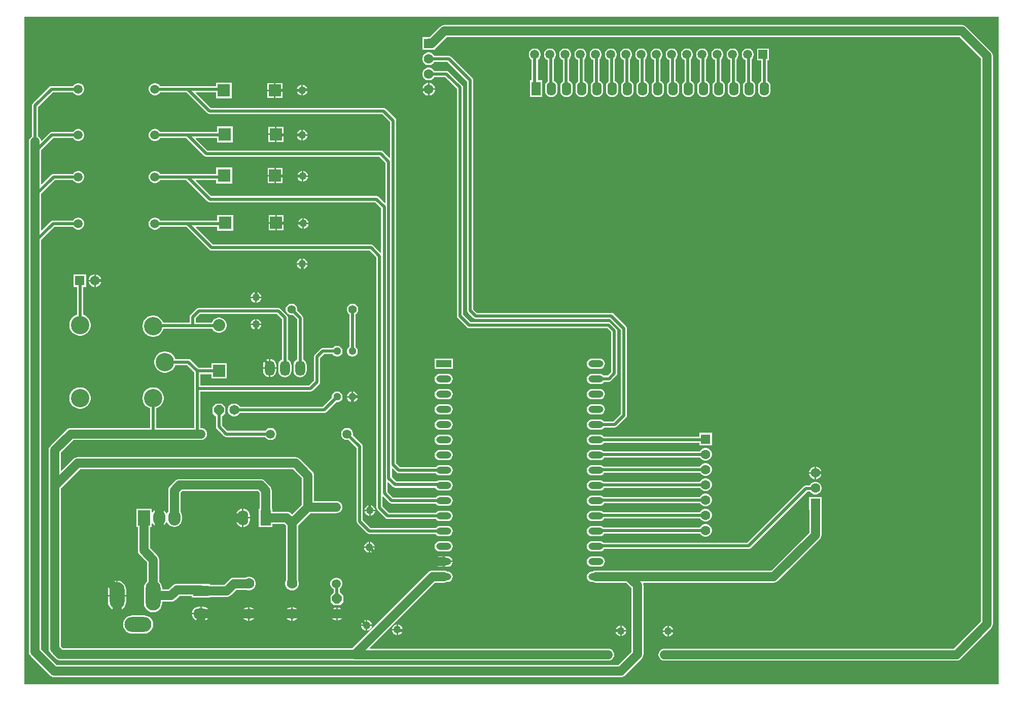
<source format=gtl>
G04*
G04 #@! TF.GenerationSoftware,Altium Limited,Altium Designer,21.9.2 (33)*
G04*
G04 Layer_Physical_Order=1*
G04 Layer_Color=255*
%FSTAX24Y24*%
%MOIN*%
G70*
G04*
G04 #@! TF.SameCoordinates,C5A77AB0-E889-4DE2-9FB0-3BE7D8941CBD*
G04*
G04*
G04 #@! TF.FilePolarity,Positive*
G04*
G01*
G75*
%ADD18R,0.0787X0.0787*%
%ADD19R,0.0846X0.0846*%
%ADD45C,0.0591*%
%ADD51C,0.0197*%
%ADD52C,0.0591*%
%ADD53P,0.0704X8X292.5*%
%ADD54C,0.0650*%
%ADD55C,0.0630*%
%ADD56R,0.0630X0.0630*%
%ADD57R,0.0591X0.0591*%
%ADD58O,0.0984X0.0472*%
%ADD59R,0.0984X0.0472*%
%ADD60C,0.1200*%
%ADD61C,0.0800*%
%ADD62R,0.0800X0.0800*%
%ADD63P,0.0704X8X22.5*%
%ADD64C,0.0700*%
%ADD65O,0.1772X0.0984*%
%ADD66O,0.0984X0.1772*%
%ADD67O,0.0984X0.1969*%
%ADD68O,0.0700X0.1000*%
%ADD69R,0.0700X0.1000*%
%ADD70R,0.0800X0.1000*%
%ADD71O,0.0800X0.1000*%
%ADD72R,0.0620X0.0900*%
%ADD73O,0.0620X0.0900*%
%ADD74R,0.0630X0.0630*%
%ADD75C,0.0512*%
%ADD76C,0.0551*%
%ADD77O,0.0660X0.1000*%
%ADD78R,0.1000X0.0700*%
%ADD79O,0.1000X0.0700*%
%ADD80C,0.0500*%
G36*
X074252Y010083D02*
X010205D01*
Y051929D01*
Y053968D01*
X074252D01*
Y010083D01*
D02*
G37*
%LPC*%
G36*
X071839Y053407D02*
X071839Y053407D01*
X037811D01*
X037811Y053407D01*
X037708Y053393D01*
X037611Y053353D01*
X037529Y05329D01*
X037529Y05329D01*
X036846Y052607D01*
X036799D01*
X036799Y052607D01*
X036773Y052604D01*
X036365D01*
Y051774D01*
X037194D01*
Y051857D01*
X037211Y051863D01*
X037293Y051927D01*
X037976Y052609D01*
X071673D01*
X073066Y051217D01*
Y014205D01*
X071295Y012434D01*
X052276D01*
X052172Y012421D01*
X052076Y012381D01*
X051994Y012317D01*
X05193Y012235D01*
X05189Y012139D01*
X051877Y012035D01*
X05189Y011932D01*
X05193Y011836D01*
X051994Y011754D01*
X052076Y01169D01*
X052172Y01165D01*
X052276Y011637D01*
X071461D01*
X071461Y011637D01*
X071564Y01165D01*
X07166Y01169D01*
X071743Y011754D01*
X073746Y013757D01*
X073746Y013757D01*
X07381Y01384D01*
X07385Y013936D01*
X073863Y014039D01*
X073863Y014039D01*
Y051382D01*
X073863Y051382D01*
X07385Y051485D01*
X07381Y051581D01*
X073746Y051664D01*
X07212Y05329D01*
X072038Y053353D01*
X071942Y053393D01*
X07193Y053395D01*
X071839Y053407D01*
D02*
G37*
G36*
X02384Y049632D02*
X022794D01*
Y049395D01*
X019119D01*
X019096Y049436D01*
X019022Y049509D01*
X018932Y049561D01*
X018832Y049588D01*
X018727D01*
X018627Y049561D01*
X018537Y049509D01*
X018463Y049436D01*
X018411Y049345D01*
X018384Y049245D01*
Y049141D01*
X018411Y04904D01*
X018463Y04895D01*
X018537Y048877D01*
X018627Y048825D01*
X018727Y048798D01*
X018832D01*
X018932Y048825D01*
X019022Y048877D01*
X019096Y04895D01*
X019119Y048991D01*
X020851D01*
X022229Y047613D01*
X022295Y047569D01*
X022372Y047554D01*
X033735D01*
X034247Y047042D01*
Y04469D01*
X0342Y044671D01*
X033768Y045104D01*
X033702Y045148D01*
X033625Y045163D01*
X022239D01*
X02147Y045933D01*
X021489Y045979D01*
X022863D01*
Y045697D01*
X023909D01*
Y046744D01*
X022863D01*
Y046383D01*
X019119D01*
X019096Y046424D01*
X019022Y046497D01*
X018932Y046549D01*
X018832Y046576D01*
X018727D01*
X018627Y046549D01*
X018537Y046497D01*
X018463Y046424D01*
X018411Y046334D01*
X018384Y046233D01*
Y046129D01*
X018411Y046029D01*
X018463Y045938D01*
X018537Y045865D01*
X018627Y045813D01*
X018727Y045786D01*
X018832D01*
X018932Y045813D01*
X019022Y045865D01*
X019096Y045938D01*
X019119Y045979D01*
X020851D01*
X022012Y044818D01*
X022078Y044774D01*
X022156Y044758D01*
X033541D01*
X03395Y04435D01*
Y04172D01*
X033903Y0417D01*
X033492Y042112D01*
X033427Y042155D01*
X033349Y042171D01*
X022476D01*
X02147Y043177D01*
X021489Y043223D01*
X022813D01*
Y042991D01*
X02386D01*
Y044037D01*
X022813D01*
Y043628D01*
X019119D01*
X019096Y043668D01*
X019022Y043741D01*
X018932Y043794D01*
X018832Y04382D01*
X018727D01*
X018627Y043794D01*
X018537Y043741D01*
X018463Y043668D01*
X018411Y043578D01*
X018384Y043477D01*
Y043373D01*
X018411Y043273D01*
X018463Y043182D01*
X018537Y043109D01*
X018627Y043057D01*
X018727Y04303D01*
X018832D01*
X018932Y043057D01*
X019022Y043109D01*
X019096Y043182D01*
X019119Y043223D01*
X020851D01*
X022249Y041825D01*
X022314Y041782D01*
X022392Y041766D01*
X033265D01*
X033653Y041379D01*
Y038473D01*
X033607Y038454D01*
X033138Y038923D01*
X033072Y038966D01*
X032995Y038982D01*
X022594D01*
X02147Y040106D01*
X021489Y040152D01*
X022882D01*
Y039886D01*
X023929D01*
Y040933D01*
X022882D01*
Y040557D01*
X019119D01*
X019096Y040597D01*
X019022Y040671D01*
X018932Y040723D01*
X018832Y04075D01*
X018727D01*
X018627Y040723D01*
X018537Y040671D01*
X018463Y040597D01*
X018411Y040507D01*
X018384Y040406D01*
Y040302D01*
X018411Y040202D01*
X018463Y040112D01*
X018537Y040038D01*
X018627Y039986D01*
X018727Y039959D01*
X018832D01*
X018932Y039986D01*
X019022Y040038D01*
X019096Y040112D01*
X019119Y040152D01*
X020851D01*
X022367Y038636D01*
X022432Y038593D01*
X02251Y038577D01*
X032911D01*
X033345Y038143D01*
Y021681D01*
X03336Y021603D01*
X033404Y021538D01*
X033943Y020999D01*
X034009Y020955D01*
X034086Y020939D01*
X037255D01*
X037272Y020918D01*
X037342Y020864D01*
X037424Y02083D01*
X037512Y020818D01*
X038024D01*
X038111Y02083D01*
X038193Y020864D01*
X038263Y020918D01*
X038317Y020988D01*
X038351Y02107D01*
X038363Y021157D01*
X038351Y021245D01*
X038317Y021327D01*
X038263Y021397D01*
X038193Y021451D01*
X038111Y021485D01*
X038024Y021497D01*
X037512D01*
X037424Y021485D01*
X037342Y021451D01*
X037272Y021397D01*
X037231Y021344D01*
X03417D01*
X03375Y021765D01*
Y022403D01*
X033796Y022422D01*
X034203Y022014D01*
X034269Y021971D01*
X034346Y021955D01*
X037243D01*
X037272Y021918D01*
X037342Y021864D01*
X037424Y02183D01*
X037512Y021818D01*
X038024D01*
X038111Y02183D01*
X038193Y021864D01*
X038263Y021918D01*
X038317Y021988D01*
X038351Y02207D01*
X038363Y022157D01*
X038351Y022245D01*
X038317Y022327D01*
X038263Y022397D01*
X038193Y022451D01*
X038111Y022485D01*
X038024Y022497D01*
X037512D01*
X037424Y022485D01*
X037342Y022451D01*
X037272Y022397D01*
X037243Y02236D01*
X03443D01*
X034057Y022733D01*
Y023375D01*
X034104Y023394D01*
X034436Y023062D01*
X034501Y023018D01*
X034579Y023002D01*
X037212D01*
X037218Y022988D01*
X037272Y022918D01*
X037342Y022864D01*
X037424Y02283D01*
X037512Y022818D01*
X038024D01*
X038111Y02283D01*
X038193Y022864D01*
X038263Y022918D01*
X038317Y022988D01*
X038351Y02307D01*
X038363Y023157D01*
X038351Y023245D01*
X038317Y023327D01*
X038263Y023397D01*
X038193Y023451D01*
X038111Y023485D01*
X038024Y023497D01*
X037512D01*
X037424Y023485D01*
X037342Y023451D01*
X037285Y023407D01*
X034663D01*
X034354Y023715D01*
Y024259D01*
X0344Y024278D01*
X034676Y024003D01*
X034741Y023959D01*
X034819Y023943D01*
X037252D01*
X037272Y023918D01*
X037342Y023864D01*
X037424Y02383D01*
X037512Y023818D01*
X038024D01*
X038111Y02383D01*
X038193Y023864D01*
X038263Y023918D01*
X038317Y023988D01*
X038351Y02407D01*
X038363Y024157D01*
X038351Y024245D01*
X038317Y024327D01*
X038263Y024397D01*
X038193Y024451D01*
X038111Y024485D01*
X038024Y024497D01*
X037512D01*
X037424Y024485D01*
X037342Y024451D01*
X037272Y024397D01*
X037234Y024348D01*
X034903D01*
X034651Y0246D01*
Y047126D01*
X034636Y047203D01*
X034592Y047269D01*
X033962Y047899D01*
X033896Y047943D01*
X033819Y047958D01*
X022456D01*
X02147Y048944D01*
X021489Y048991D01*
X022794D01*
Y048585D01*
X02384D01*
Y049632D01*
D02*
G37*
G36*
X036834Y049604D02*
X03683D01*
Y049239D01*
X037194D01*
Y049244D01*
X037166Y049349D01*
X037112Y049444D01*
X037034Y049521D01*
X03694Y049576D01*
X036834Y049604D01*
D02*
G37*
G36*
X03673D02*
X036725D01*
X036619Y049576D01*
X036525Y049521D01*
X036447Y049444D01*
X036393Y049349D01*
X036365Y049244D01*
Y049239D01*
X03673D01*
Y049604D01*
D02*
G37*
G36*
X028515Y049483D02*
Y049184D01*
X028814D01*
X028791Y049269D01*
X028745Y049349D01*
X028679Y049414D01*
X0286Y04946D01*
X028515Y049483D01*
D02*
G37*
G36*
X028415D02*
X028329Y04946D01*
X02825Y049414D01*
X028184Y049349D01*
X028138Y049269D01*
X028116Y049184D01*
X028415D01*
Y049483D01*
D02*
G37*
G36*
X027157Y049602D02*
X026713D01*
Y049158D01*
X027157D01*
Y049602D01*
D02*
G37*
G36*
X026613D02*
X02617D01*
Y049158D01*
X026613D01*
Y049602D01*
D02*
G37*
G36*
X013792Y049588D02*
X013688D01*
X013588Y049561D01*
X013497Y049509D01*
X013424Y049436D01*
X013401Y049395D01*
X011988D01*
X011911Y04938D01*
X011845Y049336D01*
X010762Y048253D01*
X010719Y048188D01*
X010703Y04811D01*
Y046091D01*
X010624Y04603D01*
X01056Y045947D01*
X01052Y045851D01*
X010507Y045748D01*
Y045079D01*
Y042205D01*
Y04185D01*
Y039173D01*
Y012205D01*
X010507Y012205D01*
X01052Y012102D01*
X01056Y012005D01*
X010624Y011923D01*
X01188Y010667D01*
X01188Y010667D01*
X011962Y010604D01*
X012058Y010564D01*
X012161Y01055D01*
X049405D01*
X049406Y01055D01*
X049509Y010564D01*
X049605Y010604D01*
X049687Y010667D01*
X050782Y011761D01*
X050782Y011761D01*
X050845Y011844D01*
X050885Y01194D01*
X050899Y012043D01*
X050899Y012043D01*
Y016571D01*
X050885Y016674D01*
X050867Y016717D01*
X050895Y016759D01*
X059453D01*
X059453Y016759D01*
X059556Y016772D01*
X059652Y016812D01*
X059735Y016876D01*
X062471Y019612D01*
X062471Y019612D01*
X062534Y019694D01*
X062574Y019791D01*
X062588Y019894D01*
Y021557D01*
X062604D01*
Y022387D01*
X061774D01*
Y021557D01*
X06179D01*
Y020059D01*
X059288Y017556D01*
X049913D01*
X049913Y017556D01*
X049913Y017556D01*
X047768D01*
X047665Y017543D01*
X047568Y017503D01*
X04756Y017497D01*
X047512D01*
X047424Y017485D01*
X047342Y017451D01*
X047272Y017397D01*
X047218Y017327D01*
X047184Y017245D01*
X047173Y017157D01*
X047184Y01707D01*
X047218Y016988D01*
X047272Y016918D01*
X047342Y016864D01*
X047424Y01683D01*
X047512Y016818D01*
X04756D01*
X047568Y016812D01*
X047665Y016772D01*
X047768Y016759D01*
X049748D01*
X050101Y016406D01*
Y012208D01*
X04924Y011348D01*
X012327D01*
X011304Y01237D01*
Y039173D01*
Y039286D01*
X01217Y040152D01*
X013401D01*
X013424Y040112D01*
X013497Y040038D01*
X013588Y039986D01*
X013688Y039959D01*
X013792D01*
X013893Y039986D01*
X013983Y040038D01*
X014056Y040112D01*
X014108Y040202D01*
X014135Y040302D01*
Y040406D01*
X014108Y040507D01*
X014056Y040597D01*
X013983Y040671D01*
X013893Y040723D01*
X013792Y04075D01*
X013688D01*
X013588Y040723D01*
X013497Y040671D01*
X013424Y040597D01*
X013401Y040557D01*
X012087D01*
X012009Y040541D01*
X011944Y040497D01*
X01135Y039904D01*
X011304Y039923D01*
Y04185D01*
Y042317D01*
X01221Y043223D01*
X013401D01*
X013424Y043182D01*
X013497Y043109D01*
X013588Y043057D01*
X013688Y04303D01*
X013792D01*
X013893Y043057D01*
X013983Y043109D01*
X014056Y043182D01*
X014108Y043273D01*
X014135Y043373D01*
Y043477D01*
X014108Y043578D01*
X014056Y043668D01*
X013983Y043741D01*
X013893Y043794D01*
X013792Y04382D01*
X013688D01*
X013588Y043794D01*
X013497Y043741D01*
X013424Y043668D01*
X013401Y043628D01*
X012126D01*
X012049Y043612D01*
X011983Y043568D01*
X01135Y042936D01*
X011304Y042955D01*
Y045079D01*
Y045191D01*
X012092Y045979D01*
X013401D01*
X013424Y045938D01*
X013497Y045865D01*
X013588Y045813D01*
X013688Y045786D01*
X013792D01*
X013893Y045813D01*
X013983Y045865D01*
X014056Y045938D01*
X014108Y046029D01*
X014135Y046129D01*
Y046233D01*
X014108Y046334D01*
X014056Y046424D01*
X013983Y046497D01*
X013893Y046549D01*
X013792Y046576D01*
X013688D01*
X013588Y046549D01*
X013497Y046497D01*
X013424Y046424D01*
X013401Y046383D01*
X012008D01*
X01193Y046368D01*
X011865Y046324D01*
X011342Y045802D01*
X011295Y045818D01*
X011291Y045851D01*
X011251Y045947D01*
X011187Y04603D01*
X011108Y046091D01*
Y048026D01*
X012072Y048991D01*
X013401D01*
X013424Y04895D01*
X013497Y048877D01*
X013588Y048825D01*
X013688Y048798D01*
X013792D01*
X013893Y048825D01*
X013983Y048877D01*
X014056Y04895D01*
X014108Y04904D01*
X014135Y049141D01*
Y049245D01*
X014108Y049345D01*
X014056Y049436D01*
X013983Y049509D01*
X013893Y049561D01*
X013792Y049588D01*
D02*
G37*
G36*
X028814Y049084D02*
X028515D01*
Y048785D01*
X0286Y048808D01*
X028679Y048854D01*
X028745Y048919D01*
X028791Y048999D01*
X028814Y049084D01*
D02*
G37*
G36*
X028415D02*
X028116D01*
X028138Y048999D01*
X028184Y048919D01*
X02825Y048854D01*
X028329Y048808D01*
X028415Y048785D01*
Y049084D01*
D02*
G37*
G36*
X037194Y049139D02*
X03683D01*
Y048774D01*
X036834D01*
X03694Y048802D01*
X037034Y048857D01*
X037112Y048934D01*
X037166Y049029D01*
X037194Y049134D01*
Y049139D01*
D02*
G37*
G36*
X03673D02*
X036365D01*
Y049134D01*
X036393Y049029D01*
X036447Y048934D01*
X036525Y048857D01*
X036619Y048802D01*
X036725Y048774D01*
X03673D01*
Y049139D01*
D02*
G37*
G36*
X043804Y051868D02*
X0437D01*
X043599Y051841D01*
X043509Y051789D01*
X043436Y051715D01*
X043384Y051625D01*
X043357Y051524D01*
Y05142D01*
X043384Y05132D01*
X043436Y05123D01*
X043509Y051156D01*
X04355Y051133D01*
Y049782D01*
X043425D01*
Y048682D01*
X044245D01*
Y049782D01*
X043954D01*
Y051133D01*
X043995Y051156D01*
X044068Y05123D01*
X04412Y05132D01*
X044147Y05142D01*
Y051524D01*
X04412Y051625D01*
X044068Y051715D01*
X043995Y051789D01*
X043905Y051841D01*
X043804Y051868D01*
D02*
G37*
G36*
X059147D02*
X058357D01*
Y051077D01*
X058632D01*
Y049732D01*
X058628Y04973D01*
X058542Y049665D01*
X058477Y049579D01*
X058435Y049479D01*
X058421Y049372D01*
Y049092D01*
X058435Y048985D01*
X058477Y048886D01*
X058542Y0488D01*
X058628Y048734D01*
X058728Y048693D01*
X058835Y048679D01*
X058942Y048693D01*
X059041Y048734D01*
X059127Y0488D01*
X059193Y048886D01*
X059234Y048985D01*
X059248Y049092D01*
Y049372D01*
X059234Y049479D01*
X059193Y049579D01*
X059127Y049665D01*
X059041Y04973D01*
X059037Y049732D01*
Y051077D01*
X059147D01*
Y051868D01*
D02*
G37*
G36*
X057804D02*
X0577D01*
X057599Y051841D01*
X057509Y051789D01*
X057436Y051715D01*
X057384Y051625D01*
X057357Y051524D01*
Y05142D01*
X057384Y05132D01*
X057436Y05123D01*
X057509Y051156D01*
X057591Y051109D01*
Y049702D01*
X057542Y049665D01*
X057477Y049579D01*
X057435Y049479D01*
X057421Y049372D01*
Y049092D01*
X057435Y048985D01*
X057477Y048886D01*
X057542Y0488D01*
X057628Y048734D01*
X057728Y048693D01*
X057835Y048679D01*
X057942Y048693D01*
X058041Y048734D01*
X058127Y0488D01*
X058193Y048886D01*
X058234Y048985D01*
X058248Y049092D01*
Y049372D01*
X058234Y049479D01*
X058193Y049579D01*
X058127Y049665D01*
X058041Y04973D01*
X057996Y049749D01*
Y051157D01*
X058068Y05123D01*
X05812Y05132D01*
X058147Y05142D01*
Y051524D01*
X05812Y051625D01*
X058068Y051715D01*
X057995Y051789D01*
X057905Y051841D01*
X057804Y051868D01*
D02*
G37*
G36*
X056804D02*
X0567D01*
X056599Y051841D01*
X056509Y051789D01*
X056436Y051715D01*
X056384Y051625D01*
X056357Y051524D01*
Y05142D01*
X056384Y05132D01*
X056436Y05123D01*
X056509Y051156D01*
X056591Y051109D01*
Y049702D01*
X056542Y049665D01*
X056477Y049579D01*
X056435Y049479D01*
X056421Y049372D01*
Y049092D01*
X056435Y048985D01*
X056477Y048886D01*
X056542Y0488D01*
X056628Y048734D01*
X056728Y048693D01*
X056835Y048679D01*
X056942Y048693D01*
X057041Y048734D01*
X057127Y0488D01*
X057193Y048886D01*
X057234Y048985D01*
X057248Y049092D01*
Y049372D01*
X057234Y049479D01*
X057193Y049579D01*
X057127Y049665D01*
X057041Y04973D01*
X056996Y049749D01*
Y051157D01*
X057068Y05123D01*
X05712Y05132D01*
X057147Y05142D01*
Y051524D01*
X05712Y051625D01*
X057068Y051715D01*
X056995Y051789D01*
X056905Y051841D01*
X056804Y051868D01*
D02*
G37*
G36*
X055804D02*
X0557D01*
X055599Y051841D01*
X055509Y051789D01*
X055436Y051715D01*
X055384Y051625D01*
X055357Y051524D01*
Y05142D01*
X055384Y05132D01*
X055436Y05123D01*
X055509Y051156D01*
X055591Y051109D01*
Y049702D01*
X055542Y049665D01*
X055477Y049579D01*
X055435Y049479D01*
X055421Y049372D01*
Y049092D01*
X055435Y048985D01*
X055477Y048886D01*
X055542Y0488D01*
X055628Y048734D01*
X055728Y048693D01*
X055835Y048679D01*
X055942Y048693D01*
X056041Y048734D01*
X056127Y0488D01*
X056193Y048886D01*
X056234Y048985D01*
X056248Y049092D01*
Y049372D01*
X056234Y049479D01*
X056193Y049579D01*
X056127Y049665D01*
X056041Y04973D01*
X055996Y049749D01*
Y051157D01*
X056068Y05123D01*
X05612Y05132D01*
X056147Y05142D01*
Y051524D01*
X05612Y051625D01*
X056068Y051715D01*
X055995Y051789D01*
X055905Y051841D01*
X055804Y051868D01*
D02*
G37*
G36*
X054804D02*
X0547D01*
X054599Y051841D01*
X054509Y051789D01*
X054436Y051715D01*
X054384Y051625D01*
X054357Y051524D01*
Y05142D01*
X054384Y05132D01*
X054436Y05123D01*
X054509Y051156D01*
X054591Y051109D01*
Y049702D01*
X054542Y049665D01*
X054477Y049579D01*
X054435Y049479D01*
X054421Y049372D01*
Y049092D01*
X054435Y048985D01*
X054477Y048886D01*
X054542Y0488D01*
X054628Y048734D01*
X054728Y048693D01*
X054835Y048679D01*
X054942Y048693D01*
X055041Y048734D01*
X055127Y0488D01*
X055193Y048886D01*
X055234Y048985D01*
X055248Y049092D01*
Y049372D01*
X055234Y049479D01*
X055193Y049579D01*
X055127Y049665D01*
X055041Y04973D01*
X054996Y049749D01*
Y051157D01*
X055068Y05123D01*
X05512Y05132D01*
X055147Y05142D01*
Y051524D01*
X05512Y051625D01*
X055068Y051715D01*
X054995Y051789D01*
X054905Y051841D01*
X054804Y051868D01*
D02*
G37*
G36*
X053804D02*
X0537D01*
X053599Y051841D01*
X053509Y051789D01*
X053436Y051715D01*
X053384Y051625D01*
X053357Y051524D01*
Y05142D01*
X053384Y05132D01*
X053436Y05123D01*
X053509Y051156D01*
X053591Y051109D01*
Y049702D01*
X053542Y049665D01*
X053477Y049579D01*
X053435Y049479D01*
X053421Y049372D01*
Y049092D01*
X053435Y048985D01*
X053477Y048886D01*
X053542Y0488D01*
X053628Y048734D01*
X053728Y048693D01*
X053835Y048679D01*
X053942Y048693D01*
X054041Y048734D01*
X054127Y0488D01*
X054193Y048886D01*
X054234Y048985D01*
X054248Y049092D01*
Y049372D01*
X054234Y049479D01*
X054193Y049579D01*
X054127Y049665D01*
X054041Y04973D01*
X053996Y049749D01*
Y051157D01*
X054068Y05123D01*
X05412Y05132D01*
X054147Y05142D01*
Y051524D01*
X05412Y051625D01*
X054068Y051715D01*
X053995Y051789D01*
X053905Y051841D01*
X053804Y051868D01*
D02*
G37*
G36*
X052804D02*
X0527D01*
X052599Y051841D01*
X052509Y051789D01*
X052436Y051715D01*
X052384Y051625D01*
X052357Y051524D01*
Y05142D01*
X052384Y05132D01*
X052436Y05123D01*
X052509Y051156D01*
X052591Y051109D01*
Y049702D01*
X052542Y049665D01*
X052477Y049579D01*
X052435Y049479D01*
X052421Y049372D01*
Y049092D01*
X052435Y048985D01*
X052477Y048886D01*
X052542Y0488D01*
X052628Y048734D01*
X052728Y048693D01*
X052835Y048679D01*
X052942Y048693D01*
X053041Y048734D01*
X053127Y0488D01*
X053193Y048886D01*
X053234Y048985D01*
X053248Y049092D01*
Y049372D01*
X053234Y049479D01*
X053193Y049579D01*
X053127Y049665D01*
X053041Y04973D01*
X052996Y049749D01*
Y051157D01*
X053068Y05123D01*
X05312Y05132D01*
X053147Y05142D01*
Y051524D01*
X05312Y051625D01*
X053068Y051715D01*
X052995Y051789D01*
X052905Y051841D01*
X052804Y051868D01*
D02*
G37*
G36*
X051804D02*
X0517D01*
X051599Y051841D01*
X051509Y051789D01*
X051436Y051715D01*
X051384Y051625D01*
X051357Y051524D01*
Y05142D01*
X051384Y05132D01*
X051436Y05123D01*
X051509Y051156D01*
X051591Y051109D01*
Y049702D01*
X051542Y049665D01*
X051477Y049579D01*
X051435Y049479D01*
X051421Y049372D01*
Y049092D01*
X051435Y048985D01*
X051477Y048886D01*
X051542Y0488D01*
X051628Y048734D01*
X051728Y048693D01*
X051835Y048679D01*
X051942Y048693D01*
X052041Y048734D01*
X052127Y0488D01*
X052193Y048886D01*
X052234Y048985D01*
X052248Y049092D01*
Y049372D01*
X052234Y049479D01*
X052193Y049579D01*
X052127Y049665D01*
X052041Y04973D01*
X051996Y049749D01*
Y051157D01*
X052068Y05123D01*
X05212Y05132D01*
X052147Y05142D01*
Y051524D01*
X05212Y051625D01*
X052068Y051715D01*
X051995Y051789D01*
X051905Y051841D01*
X051804Y051868D01*
D02*
G37*
G36*
X050804D02*
X0507D01*
X050599Y051841D01*
X050509Y051789D01*
X050436Y051715D01*
X050384Y051625D01*
X050357Y051524D01*
Y05142D01*
X050384Y05132D01*
X050436Y05123D01*
X050509Y051156D01*
X050591Y051109D01*
Y049702D01*
X050542Y049665D01*
X050477Y049579D01*
X050435Y049479D01*
X050421Y049372D01*
Y049092D01*
X050435Y048985D01*
X050477Y048886D01*
X050542Y0488D01*
X050628Y048734D01*
X050728Y048693D01*
X050835Y048679D01*
X050942Y048693D01*
X051041Y048734D01*
X051127Y0488D01*
X051193Y048886D01*
X051234Y048985D01*
X051248Y049092D01*
Y049372D01*
X051234Y049479D01*
X051193Y049579D01*
X051127Y049665D01*
X051041Y04973D01*
X050996Y049749D01*
Y051157D01*
X051068Y05123D01*
X05112Y05132D01*
X051147Y05142D01*
Y051524D01*
X05112Y051625D01*
X051068Y051715D01*
X050995Y051789D01*
X050905Y051841D01*
X050804Y051868D01*
D02*
G37*
G36*
X049804D02*
X0497D01*
X049599Y051841D01*
X049509Y051789D01*
X049436Y051715D01*
X049384Y051625D01*
X049357Y051524D01*
Y05142D01*
X049384Y05132D01*
X049436Y05123D01*
X049509Y051156D01*
X049591Y051109D01*
Y049702D01*
X049542Y049665D01*
X049477Y049579D01*
X049435Y049479D01*
X049421Y049372D01*
Y049092D01*
X049435Y048985D01*
X049477Y048886D01*
X049542Y0488D01*
X049628Y048734D01*
X049728Y048693D01*
X049835Y048679D01*
X049942Y048693D01*
X050041Y048734D01*
X050127Y0488D01*
X050193Y048886D01*
X050234Y048985D01*
X050248Y049092D01*
Y049372D01*
X050234Y049479D01*
X050193Y049579D01*
X050127Y049665D01*
X050041Y04973D01*
X049996Y049749D01*
Y051157D01*
X050068Y05123D01*
X05012Y05132D01*
X050147Y05142D01*
Y051524D01*
X05012Y051625D01*
X050068Y051715D01*
X049995Y051789D01*
X049905Y051841D01*
X049804Y051868D01*
D02*
G37*
G36*
X048804D02*
X0487D01*
X048599Y051841D01*
X048509Y051789D01*
X048436Y051715D01*
X048384Y051625D01*
X048357Y051524D01*
Y05142D01*
X048384Y05132D01*
X048436Y05123D01*
X048509Y051156D01*
X048591Y051109D01*
Y049702D01*
X048542Y049665D01*
X048477Y049579D01*
X048435Y049479D01*
X048421Y049372D01*
Y049092D01*
X048435Y048985D01*
X048477Y048886D01*
X048542Y0488D01*
X048628Y048734D01*
X048728Y048693D01*
X048835Y048679D01*
X048942Y048693D01*
X049041Y048734D01*
X049127Y0488D01*
X049193Y048886D01*
X049234Y048985D01*
X049248Y049092D01*
Y049372D01*
X049234Y049479D01*
X049193Y049579D01*
X049127Y049665D01*
X049041Y04973D01*
X048996Y049749D01*
Y051157D01*
X049068Y05123D01*
X04912Y05132D01*
X049147Y05142D01*
Y051524D01*
X04912Y051625D01*
X049068Y051715D01*
X048995Y051789D01*
X048905Y051841D01*
X048804Y051868D01*
D02*
G37*
G36*
X047804D02*
X0477D01*
X047599Y051841D01*
X047509Y051789D01*
X047436Y051715D01*
X047384Y051625D01*
X047357Y051524D01*
Y05142D01*
X047384Y05132D01*
X047436Y05123D01*
X047509Y051156D01*
X047591Y051109D01*
Y049702D01*
X047542Y049665D01*
X047477Y049579D01*
X047435Y049479D01*
X047421Y049372D01*
Y049092D01*
X047435Y048985D01*
X047477Y048886D01*
X047542Y0488D01*
X047628Y048734D01*
X047728Y048693D01*
X047835Y048679D01*
X047942Y048693D01*
X048041Y048734D01*
X048127Y0488D01*
X048193Y048886D01*
X048234Y048985D01*
X048248Y049092D01*
Y049372D01*
X048234Y049479D01*
X048193Y049579D01*
X048127Y049665D01*
X048041Y04973D01*
X047996Y049749D01*
Y051157D01*
X048068Y05123D01*
X04812Y05132D01*
X048147Y05142D01*
Y051524D01*
X04812Y051625D01*
X048068Y051715D01*
X047995Y051789D01*
X047905Y051841D01*
X047804Y051868D01*
D02*
G37*
G36*
X046804D02*
X0467D01*
X046599Y051841D01*
X046509Y051789D01*
X046436Y051715D01*
X046384Y051625D01*
X046357Y051524D01*
Y05142D01*
X046384Y05132D01*
X046436Y05123D01*
X046509Y051156D01*
X046591Y051109D01*
Y049702D01*
X046542Y049665D01*
X046477Y049579D01*
X046435Y049479D01*
X046421Y049372D01*
Y049092D01*
X046435Y048985D01*
X046477Y048886D01*
X046542Y0488D01*
X046628Y048734D01*
X046728Y048693D01*
X046835Y048679D01*
X046942Y048693D01*
X047041Y048734D01*
X047127Y0488D01*
X047193Y048886D01*
X047234Y048985D01*
X047248Y049092D01*
Y049372D01*
X047234Y049479D01*
X047193Y049579D01*
X047127Y049665D01*
X047041Y04973D01*
X046996Y049749D01*
Y051157D01*
X047068Y05123D01*
X04712Y05132D01*
X047147Y05142D01*
Y051524D01*
X04712Y051625D01*
X047068Y051715D01*
X046995Y051789D01*
X046905Y051841D01*
X046804Y051868D01*
D02*
G37*
G36*
X045804D02*
X0457D01*
X045599Y051841D01*
X045509Y051789D01*
X045436Y051715D01*
X045384Y051625D01*
X045357Y051524D01*
Y05142D01*
X045384Y05132D01*
X045436Y05123D01*
X045509Y051156D01*
X045591Y051109D01*
Y049702D01*
X045542Y049665D01*
X045477Y049579D01*
X045435Y049479D01*
X045421Y049372D01*
Y049092D01*
X045435Y048985D01*
X045477Y048886D01*
X045542Y0488D01*
X045628Y048734D01*
X045728Y048693D01*
X045835Y048679D01*
X045942Y048693D01*
X046041Y048734D01*
X046127Y0488D01*
X046193Y048886D01*
X046234Y048985D01*
X046248Y049092D01*
Y049372D01*
X046234Y049479D01*
X046193Y049579D01*
X046127Y049665D01*
X046041Y04973D01*
X045996Y049749D01*
Y051157D01*
X046068Y05123D01*
X04612Y05132D01*
X046147Y05142D01*
Y051524D01*
X04612Y051625D01*
X046068Y051715D01*
X045995Y051789D01*
X045905Y051841D01*
X045804Y051868D01*
D02*
G37*
G36*
X044804D02*
X0447D01*
X044599Y051841D01*
X044509Y051789D01*
X044436Y051715D01*
X044384Y051625D01*
X044357Y051524D01*
Y05142D01*
X044384Y05132D01*
X044436Y05123D01*
X044509Y051156D01*
X044591Y051109D01*
Y049702D01*
X044542Y049665D01*
X044477Y049579D01*
X044435Y049479D01*
X044421Y049372D01*
Y049092D01*
X044435Y048985D01*
X044477Y048886D01*
X044542Y0488D01*
X044628Y048734D01*
X044728Y048693D01*
X044835Y048679D01*
X044942Y048693D01*
X045041Y048734D01*
X045127Y0488D01*
X045193Y048886D01*
X045234Y048985D01*
X045248Y049092D01*
Y049372D01*
X045234Y049479D01*
X045193Y049579D01*
X045127Y049665D01*
X045041Y04973D01*
X044996Y049749D01*
Y051157D01*
X045068Y05123D01*
X04512Y05132D01*
X045147Y05142D01*
Y051524D01*
X04512Y051625D01*
X045068Y051715D01*
X044995Y051789D01*
X044905Y051841D01*
X044804Y051868D01*
D02*
G37*
G36*
X027157Y049058D02*
X026713D01*
Y048615D01*
X027157D01*
Y049058D01*
D02*
G37*
G36*
X026613D02*
X02617D01*
Y048615D01*
X026613D01*
Y049058D01*
D02*
G37*
G36*
X027226Y046714D02*
X026782D01*
Y04627D01*
X027226D01*
Y046714D01*
D02*
G37*
G36*
X026682D02*
X026239D01*
Y04627D01*
X026682D01*
Y046714D01*
D02*
G37*
G36*
X028515Y04653D02*
Y046231D01*
X028814D01*
X028791Y046316D01*
X028745Y046396D01*
X028679Y046461D01*
X0286Y046507D01*
X028515Y04653D01*
D02*
G37*
G36*
X028415D02*
X028329Y046507D01*
X02825Y046461D01*
X028184Y046396D01*
X028138Y046316D01*
X028116Y046231D01*
X028415D01*
Y04653D01*
D02*
G37*
G36*
X028814Y046131D02*
X028515D01*
Y045832D01*
X0286Y045855D01*
X028679Y045901D01*
X028745Y045966D01*
X028791Y046046D01*
X028814Y046131D01*
D02*
G37*
G36*
X028415D02*
X028116D01*
X028138Y046046D01*
X028184Y045966D01*
X02825Y045901D01*
X028329Y045855D01*
X028415Y045832D01*
Y046131D01*
D02*
G37*
G36*
X027226Y04617D02*
X026782D01*
Y045727D01*
X027226D01*
Y04617D01*
D02*
G37*
G36*
X026682D02*
X026239D01*
Y045727D01*
X026682D01*
Y04617D01*
D02*
G37*
G36*
X027177Y044007D02*
X026733D01*
Y043564D01*
X027177D01*
Y044007D01*
D02*
G37*
G36*
X026633D02*
X026189D01*
Y043564D01*
X026633D01*
Y044007D01*
D02*
G37*
G36*
X028546Y043821D02*
Y043522D01*
X028845D01*
X028822Y043608D01*
X028776Y043687D01*
X028711Y043753D01*
X028631Y043799D01*
X028546Y043821D01*
D02*
G37*
G36*
X028446D02*
X028361Y043799D01*
X028281Y043753D01*
X028216Y043687D01*
X02817Y043608D01*
X028147Y043522D01*
X028446D01*
Y043821D01*
D02*
G37*
G36*
X028845Y043422D02*
X028546D01*
Y043123D01*
X028631Y043146D01*
X028711Y043192D01*
X028776Y043258D01*
X028822Y043337D01*
X028845Y043422D01*
D02*
G37*
G36*
X028446D02*
X028147D01*
X02817Y043337D01*
X028216Y043258D01*
X028281Y043192D01*
X028361Y043146D01*
X028446Y043123D01*
Y043422D01*
D02*
G37*
G36*
X027177Y043464D02*
X026733D01*
Y04302D01*
X027177D01*
Y043464D01*
D02*
G37*
G36*
X026633D02*
X026189D01*
Y04302D01*
X026633D01*
Y043464D01*
D02*
G37*
G36*
X027246Y040903D02*
X026802D01*
Y040459D01*
X027246D01*
Y040903D01*
D02*
G37*
G36*
X026702D02*
X026258D01*
Y040459D01*
X026702D01*
Y040903D01*
D02*
G37*
G36*
X028585Y040719D02*
Y04042D01*
X028884D01*
X028862Y040505D01*
X028816Y040585D01*
X02875Y04065D01*
X028671Y040696D01*
X028585Y040719D01*
D02*
G37*
G36*
X028485D02*
X0284Y040696D01*
X028321Y04065D01*
X028255Y040585D01*
X028209Y040505D01*
X028186Y04042D01*
X028485D01*
Y040719D01*
D02*
G37*
G36*
X028884Y04032D02*
X028585D01*
Y040021D01*
X028671Y040044D01*
X02875Y04009D01*
X028816Y040155D01*
X028862Y040235D01*
X028884Y04032D01*
D02*
G37*
G36*
X028485D02*
X028186D01*
X028209Y040235D01*
X028255Y040155D01*
X028321Y04009D01*
X0284Y040044D01*
X028485Y040021D01*
Y04032D01*
D02*
G37*
G36*
X027246Y040359D02*
X026802D01*
Y039916D01*
X027246D01*
Y040359D01*
D02*
G37*
G36*
X026702D02*
X026258D01*
Y039916D01*
X026702D01*
Y040359D01*
D02*
G37*
G36*
X028515Y038065D02*
Y037767D01*
X028814D01*
X028791Y037852D01*
X028745Y037931D01*
X028679Y037997D01*
X0286Y038043D01*
X028515Y038065D01*
D02*
G37*
G36*
X028415D02*
X028329Y038043D01*
X02825Y037997D01*
X028184Y037931D01*
X028138Y037852D01*
X028116Y037767D01*
X028415D01*
Y038065D01*
D02*
G37*
G36*
X028814Y037667D02*
X028515D01*
Y037368D01*
X0286Y03739D01*
X028679Y037436D01*
X028745Y037502D01*
X028791Y037581D01*
X028814Y037667D01*
D02*
G37*
G36*
X028415D02*
X028116D01*
X028138Y037581D01*
X028184Y037502D01*
X02825Y037436D01*
X028329Y03739D01*
X028415Y037368D01*
Y037667D01*
D02*
G37*
G36*
X014897Y037029D02*
X014893D01*
Y036664D01*
X015257D01*
Y036669D01*
X015229Y036774D01*
X015175Y036869D01*
X015097Y036946D01*
X015003Y037001D01*
X014897Y037029D01*
D02*
G37*
G36*
X014793D02*
X014788D01*
X014682Y037001D01*
X014588Y036946D01*
X01451Y036869D01*
X014456Y036774D01*
X014428Y036669D01*
Y036664D01*
X014793D01*
Y037029D01*
D02*
G37*
G36*
X015257Y036564D02*
X014893D01*
Y036199D01*
X014897D01*
X015003Y036227D01*
X015097Y036282D01*
X015175Y036359D01*
X015229Y036454D01*
X015257Y03656D01*
Y036564D01*
D02*
G37*
G36*
X014793D02*
X014428D01*
Y03656D01*
X014456Y036454D01*
X01451Y036359D01*
X014588Y036282D01*
X014682Y036227D01*
X014788Y036199D01*
X014793D01*
Y036564D01*
D02*
G37*
G36*
X025483Y035861D02*
Y035562D01*
X025782D01*
X025759Y035647D01*
X025713Y035727D01*
X025648Y035792D01*
X025568Y035838D01*
X025483Y035861D01*
D02*
G37*
G36*
X025383D02*
X025298Y035838D01*
X025218Y035792D01*
X025153Y035727D01*
X025107Y035647D01*
X025084Y035562D01*
X025383D01*
Y035861D01*
D02*
G37*
G36*
X025782Y035462D02*
X025483D01*
Y035163D01*
X025568Y035186D01*
X025648Y035232D01*
X025713Y035297D01*
X025759Y035377D01*
X025782Y035462D01*
D02*
G37*
G36*
X025383D02*
X025084D01*
X025107Y035377D01*
X025153Y035297D01*
X025218Y035232D01*
X025298Y035186D01*
X025383Y035163D01*
Y035462D01*
D02*
G37*
G36*
X025483Y034089D02*
Y03379D01*
X025782D01*
X025759Y033875D01*
X025713Y033955D01*
X025648Y03402D01*
X025568Y034066D01*
X025483Y034089D01*
D02*
G37*
G36*
X025383D02*
X025298Y034066D01*
X025218Y03402D01*
X025153Y033955D01*
X025107Y033875D01*
X025084Y03379D01*
X025383D01*
Y034089D01*
D02*
G37*
G36*
X025782Y03369D02*
X025483D01*
Y033391D01*
X025568Y033414D01*
X025648Y03346D01*
X025713Y033525D01*
X025759Y033605D01*
X025782Y03369D01*
D02*
G37*
G36*
X025383D02*
X025084D01*
X025107Y033605D01*
X025153Y033525D01*
X025218Y03346D01*
X025298Y033414D01*
X025383Y033391D01*
Y03369D01*
D02*
G37*
G36*
X014257Y037029D02*
X013428D01*
Y036199D01*
X013656D01*
Y034371D01*
X013654Y034371D01*
X013527Y034318D01*
X013412Y034241D01*
X013315Y034144D01*
X013238Y034029D01*
X013185Y033902D01*
X013158Y033767D01*
Y033629D01*
X013185Y033493D01*
X013238Y033366D01*
X013315Y033251D01*
X013412Y033154D01*
X013527Y033077D01*
X013654Y033025D01*
X013789Y032998D01*
X013927D01*
X014062Y033025D01*
X01419Y033077D01*
X014304Y033154D01*
X014402Y033251D01*
X014479Y033366D01*
X014531Y033493D01*
X014558Y033629D01*
Y033767D01*
X014531Y033902D01*
X014479Y034029D01*
X014402Y034144D01*
X014304Y034241D01*
X01419Y034318D01*
X014062Y034371D01*
X014061Y034371D01*
Y036199D01*
X014257D01*
Y037029D01*
D02*
G37*
G36*
X031821Y0351D02*
X031722D01*
X031627Y035074D01*
X031541Y035025D01*
X031471Y034955D01*
X031422Y034869D01*
X031396Y034774D01*
Y034675D01*
X031422Y034579D01*
X031471Y034494D01*
X031541Y034424D01*
X031563Y034411D01*
Y03227D01*
X031541Y032257D01*
X031475Y032191D01*
X031428Y03211D01*
X031404Y032019D01*
Y031926D01*
X031428Y031835D01*
X031475Y031754D01*
X031541Y031688D01*
X031622Y031641D01*
X031713Y031617D01*
X031807D01*
X031897Y031641D01*
X031978Y031688D01*
X032045Y031754D01*
X032091Y031835D01*
X032116Y031926D01*
Y032019D01*
X032091Y03211D01*
X032045Y032191D01*
X031978Y032257D01*
X031968Y032263D01*
Y034404D01*
X032002Y034424D01*
X032072Y034494D01*
X032122Y034579D01*
X032147Y034675D01*
Y034774D01*
X032122Y034869D01*
X032072Y034955D01*
X032002Y035025D01*
X031917Y035074D01*
X031821Y0351D01*
D02*
G37*
G36*
X026373Y031463D02*
Y030916D01*
X026757D01*
Y031036D01*
X026742Y031148D01*
X026698Y031253D01*
X02663Y031343D01*
X02654Y031412D01*
X026435Y031455D01*
X026373Y031463D01*
D02*
G37*
G36*
X026273D02*
X026211Y031455D01*
X026106Y031412D01*
X026016Y031343D01*
X025947Y031253D01*
X025904Y031148D01*
X025889Y031036D01*
Y030916D01*
X026273D01*
Y031463D01*
D02*
G37*
G36*
X03836Y031494D02*
X037176D01*
Y030821D01*
X03836D01*
Y031494D01*
D02*
G37*
G36*
X048024Y031497D02*
X047512D01*
X047424Y031485D01*
X047342Y031451D01*
X047272Y031397D01*
X047218Y031327D01*
X047184Y031245D01*
X047173Y031157D01*
X047184Y03107D01*
X047218Y030988D01*
X047272Y030918D01*
X047342Y030864D01*
X047424Y03083D01*
X047512Y030818D01*
X048024D01*
X048111Y03083D01*
X048193Y030864D01*
X048263Y030918D01*
X048317Y030988D01*
X048351Y03107D01*
X048363Y031157D01*
X048351Y031245D01*
X048317Y031327D01*
X048263Y031397D01*
X048193Y031451D01*
X048111Y031485D01*
X048024Y031497D01*
D02*
G37*
G36*
X036834Y050604D02*
X036725D01*
X036619Y050576D01*
X036525Y050521D01*
X036447Y050444D01*
X036393Y050349D01*
X036365Y050244D01*
Y050134D01*
X036393Y050029D01*
X036447Y049934D01*
X036525Y049857D01*
X036619Y049802D01*
X036725Y049774D01*
X036834D01*
X03694Y049802D01*
X037034Y049857D01*
X037112Y049934D01*
X037142Y049987D01*
X037869D01*
X038632Y049223D01*
Y034295D01*
X038648Y034218D01*
X038692Y034152D01*
X039302Y033542D01*
X039367Y033498D01*
X039445Y033483D01*
X048523D01*
X04877Y033235D01*
Y0306D01*
X04854Y030369D01*
X048285D01*
X048263Y030397D01*
X048193Y030451D01*
X048111Y030485D01*
X048024Y030497D01*
X047512D01*
X047424Y030485D01*
X047342Y030451D01*
X047272Y030397D01*
X047218Y030327D01*
X047184Y030245D01*
X047173Y030157D01*
X047184Y03007D01*
X047218Y029988D01*
X047272Y029918D01*
X047342Y029864D01*
X047424Y02983D01*
X047512Y029818D01*
X048024D01*
X048111Y02983D01*
X048193Y029864D01*
X048263Y029918D01*
X048299Y029965D01*
X048624D01*
X048701Y02998D01*
X048767Y030024D01*
X049116Y030373D01*
X049159Y030438D01*
X049175Y030516D01*
Y033319D01*
X049159Y033396D01*
X049116Y033462D01*
X048749Y033828D01*
X048684Y033872D01*
X048606Y033887D01*
X039529D01*
X039037Y034379D01*
Y049307D01*
X039022Y049385D01*
X038978Y04945D01*
X038096Y050332D01*
X03803Y050376D01*
X037953Y050391D01*
X037142D01*
X037112Y050444D01*
X037034Y050521D01*
X03694Y050576D01*
X036834Y050604D01*
D02*
G37*
G36*
X026757Y030816D02*
X026373D01*
Y030269D01*
X026435Y030277D01*
X02654Y030321D01*
X02663Y030389D01*
X026698Y030479D01*
X026742Y030584D01*
X026757Y030696D01*
Y030816D01*
D02*
G37*
G36*
X026273D02*
X025889D01*
Y030696D01*
X025904Y030584D01*
X025947Y030479D01*
X026016Y030389D01*
X026106Y030321D01*
X026211Y030277D01*
X026273Y030269D01*
Y030816D01*
D02*
G37*
G36*
X027805Y0351D02*
X027706D01*
X027611Y035074D01*
X027525Y035025D01*
X027455Y034955D01*
X027406Y034869D01*
X02738Y034774D01*
Y034675D01*
X027406Y034579D01*
X027455Y034494D01*
X027525Y034424D01*
X027611Y034374D01*
X027706Y034349D01*
X027805D01*
X027837Y034357D01*
X028121Y034074D01*
Y031418D01*
X028106Y031412D01*
X028016Y031343D01*
X027947Y031253D01*
X027904Y031148D01*
X027889Y031036D01*
Y030696D01*
X027904Y030584D01*
X027947Y030479D01*
X028016Y030389D01*
X028106Y030321D01*
X028211Y030277D01*
X028323Y030262D01*
X028435Y030277D01*
X02854Y030321D01*
X02863Y030389D01*
X028698Y030479D01*
X028742Y030584D01*
X028757Y030696D01*
Y031036D01*
X028742Y031148D01*
X028698Y031253D01*
X02863Y031343D01*
X02854Y031412D01*
X028525Y031418D01*
Y034157D01*
X02851Y034235D01*
X028466Y034301D01*
X028123Y034643D01*
X028131Y034675D01*
Y034774D01*
X028106Y034869D01*
X028056Y034955D01*
X027987Y035025D01*
X027901Y035074D01*
X027805Y0351D01*
D02*
G37*
G36*
X02689Y034809D02*
X021654D01*
X021576Y034793D01*
X02151Y034749D01*
X021117Y034356D01*
X021073Y03429D01*
X021058Y034213D01*
Y033848D01*
X019326D01*
X019282Y033954D01*
X019205Y034068D01*
X019108Y034166D01*
X018993Y034242D01*
X018866Y034295D01*
X01873Y034322D01*
X018592D01*
X018457Y034295D01*
X01833Y034242D01*
X018215Y034166D01*
X018118Y034068D01*
X018041Y033954D01*
X017988Y033826D01*
X017961Y033691D01*
Y033553D01*
X017988Y033418D01*
X018041Y03329D01*
X018118Y033176D01*
X018215Y033078D01*
X01833Y033002D01*
X018457Y032949D01*
X018592Y032922D01*
X01873D01*
X018866Y032949D01*
X018993Y033002D01*
X019108Y033078D01*
X019205Y033176D01*
X019282Y03329D01*
X019335Y033418D01*
X01934Y033443D01*
X022545D01*
X022592Y033362D01*
X022685Y033269D01*
X022799Y033203D01*
X022926Y033169D01*
X023058D01*
X023185Y033203D01*
X023299Y033269D01*
X023392Y033362D01*
X023458Y033476D01*
X023492Y033603D01*
Y033735D01*
X023458Y033862D01*
X023392Y033976D01*
X023299Y034069D01*
X023185Y034135D01*
X023058Y034169D01*
X022926D01*
X022799Y034135D01*
X022685Y034069D01*
X022592Y033976D01*
X022526Y033862D01*
X022522Y033848D01*
X021462D01*
Y034129D01*
X021737Y034404D01*
X026806D01*
X027121Y034089D01*
Y031418D01*
X027106Y031412D01*
X027016Y031343D01*
X026947Y031253D01*
X026904Y031148D01*
X026889Y031036D01*
Y030696D01*
X026904Y030584D01*
X026947Y030479D01*
X027016Y030389D01*
X027106Y030321D01*
X027211Y030277D01*
X027323Y030262D01*
X027435Y030277D01*
X02754Y030321D01*
X02763Y030389D01*
X027698Y030479D01*
X027742Y030584D01*
X027757Y030696D01*
Y031036D01*
X027742Y031148D01*
X027698Y031253D01*
X02763Y031343D01*
X02754Y031412D01*
X027525Y031418D01*
Y034173D01*
X02751Y034251D01*
X027466Y034316D01*
X027033Y034749D01*
X026967Y034793D01*
X02689Y034809D01*
D02*
G37*
G36*
X030807Y032328D02*
X030713D01*
X030622Y032304D01*
X030541Y032257D01*
X030475Y032191D01*
X030466Y032175D01*
X029807D01*
X02973Y032159D01*
X029664Y032115D01*
X029306Y031757D01*
X029262Y031692D01*
X029247Y031614D01*
Y030044D01*
X028932Y02973D01*
X021777D01*
Y030467D01*
X022492D01*
Y030169D01*
X023492D01*
Y031169D01*
X022492D01*
Y030872D01*
X021659D01*
X021127Y031403D01*
X021062Y031447D01*
X020984Y031462D01*
X020122D01*
X020122Y031464D01*
X020069Y031591D01*
X019993Y031706D01*
X019895Y031804D01*
X01978Y03188D01*
X019653Y031933D01*
X019518Y03196D01*
X01938D01*
X019245Y031933D01*
X019117Y03188D01*
X019003Y031804D01*
X018905Y031706D01*
X018828Y031591D01*
X018776Y031464D01*
X018749Y031329D01*
Y031191D01*
X018776Y031056D01*
X018828Y030928D01*
X018905Y030814D01*
X019003Y030716D01*
X019117Y03064D01*
X019245Y030587D01*
X01938Y03056D01*
X019518D01*
X019653Y030587D01*
X01978Y03064D01*
X019895Y030716D01*
X019993Y030814D01*
X020069Y030928D01*
X020122Y031056D01*
X020122Y031058D01*
X0209D01*
X021372Y030585D01*
Y029528D01*
Y026934D01*
X018864D01*
Y028224D01*
X018866Y028225D01*
X018993Y028277D01*
X019108Y028354D01*
X019205Y028451D01*
X019282Y028566D01*
X019335Y028693D01*
X019361Y028829D01*
Y028967D01*
X019335Y029102D01*
X019282Y029229D01*
X019205Y029344D01*
X019108Y029441D01*
X018993Y029518D01*
X018866Y029571D01*
X01873Y029598D01*
X018592D01*
X018457Y029571D01*
X01833Y029518D01*
X018215Y029441D01*
X018118Y029344D01*
X018041Y029229D01*
X017988Y029102D01*
X017961Y028967D01*
Y028829D01*
X017988Y028693D01*
X018041Y028566D01*
X018118Y028451D01*
X018215Y028354D01*
X01833Y028277D01*
X018457Y028225D01*
X018459Y028224D01*
Y026934D01*
X013268D01*
X013268Y026934D01*
X013165Y026921D01*
X013068Y026881D01*
X012986Y026817D01*
X012986Y026817D01*
X011923Y025754D01*
X011859Y025672D01*
X01182Y025576D01*
X011806Y025472D01*
X011806Y025472D01*
Y02311D01*
X011806Y02311D01*
X011806Y02311D01*
Y012405D01*
X011806Y012405D01*
X01182Y012302D01*
X011859Y012206D01*
X011923Y012123D01*
X012269Y011777D01*
X012269Y011777D01*
X012351Y011714D01*
X012447Y011674D01*
X012551Y01166D01*
X012551Y01166D01*
X031829D01*
X031854Y01165D01*
X031957Y011637D01*
X031957Y011637D01*
X048575D01*
X048678Y01165D01*
X048774Y01169D01*
X048857Y011754D01*
X04892Y011836D01*
X04896Y011932D01*
X048973Y012035D01*
X04896Y012139D01*
X04892Y012235D01*
X048857Y012317D01*
X048774Y012381D01*
X048678Y012421D01*
X048575Y012434D01*
X032937D01*
X032918Y01248D01*
X037197Y016759D01*
X037768D01*
X037871Y016772D01*
X037967Y016812D01*
X037975Y016818D01*
X038024D01*
X038111Y01683D01*
X038193Y016864D01*
X038263Y016918D01*
X038317Y016988D01*
X038351Y01707D01*
X038363Y017157D01*
X038351Y017245D01*
X038317Y017327D01*
X038263Y017397D01*
X038193Y017451D01*
X038111Y017485D01*
X038024Y017497D01*
X037975D01*
X037967Y017503D01*
X037871Y017543D01*
X037768Y017556D01*
X037032D01*
X037032Y017556D01*
X036928Y017543D01*
X036832Y017503D01*
X03675Y017439D01*
X03675Y017439D01*
X031768Y012458D01*
X012716D01*
X012603Y01257D01*
Y022945D01*
X013866Y024208D01*
X027866D01*
X028451Y023623D01*
Y021897D01*
X027795Y021242D01*
X027731Y021306D01*
X027649Y021369D01*
X027553Y021409D01*
X027449Y021422D01*
X027449Y021422D01*
X026517D01*
Y021624D01*
X026466D01*
Y022823D01*
X026466Y022823D01*
X026452Y022927D01*
X026412Y023023D01*
X026349Y023105D01*
X026349Y023105D01*
X026003Y023451D01*
X02592Y023515D01*
X025824Y023554D01*
X025721Y023568D01*
X025721Y023568D01*
X020401D01*
X020401Y023568D01*
X020298Y023554D01*
X020202Y023515D01*
X020119Y023451D01*
X020119Y023451D01*
X019773Y023105D01*
X01971Y023023D01*
X01967Y022927D01*
X019656Y022823D01*
X019656Y022823D01*
Y021425D01*
X019618Y021376D01*
X019582Y021288D01*
X019528D01*
X019492Y021376D01*
X019412Y02148D01*
X019307Y02156D01*
X019186Y021611D01*
X019105Y021621D01*
Y021024D01*
Y020426D01*
X019186Y020436D01*
X019307Y020487D01*
X019412Y020567D01*
X019492Y020671D01*
X019528Y020759D01*
X019582D01*
X019618Y020671D01*
X019699Y020567D01*
X019803Y020487D01*
X019925Y020436D01*
X020055Y020419D01*
X020186Y020436D01*
X020307Y020487D01*
X020412Y020567D01*
X020492Y020671D01*
X020542Y020793D01*
X020559Y020924D01*
Y021124D01*
X020542Y021254D01*
X020492Y021376D01*
X020454Y021425D01*
Y022658D01*
X020566Y022771D01*
X025556D01*
X025668Y022658D01*
Y021624D01*
X025617D01*
Y020424D01*
X026517D01*
Y020625D01*
X027284D01*
X027397Y020513D01*
Y016918D01*
X027376Y016882D01*
X027345Y016768D01*
Y016649D01*
X027376Y016535D01*
X027435Y016432D01*
X027519Y016349D01*
X027622Y016289D01*
X027736Y016259D01*
X027855D01*
X027969Y016289D01*
X028072Y016349D01*
X028155Y016432D01*
X028215Y016535D01*
X028245Y016649D01*
Y016768D01*
X028215Y016882D01*
X028194Y016918D01*
Y020513D01*
X029015Y021334D01*
X030709D01*
X030735Y021337D01*
X030761D01*
X030786Y021344D01*
X030812Y021347D01*
X030836Y021357D01*
X030861Y021364D01*
X030884Y021377D01*
X030908Y021387D01*
X030929Y021403D01*
X030951Y021416D01*
X03097Y021434D01*
X030991Y02145D01*
X031006Y021471D01*
X031025Y02149D01*
X031038Y021512D01*
X031054Y021533D01*
X031064Y021557D01*
X031077Y02158D01*
X031084Y021605D01*
X031094Y021629D01*
X031097Y021655D01*
X031104Y02168D01*
Y021706D01*
X031107Y021732D01*
X031104Y021758D01*
Y021784D01*
X031097Y02181D01*
X031094Y021835D01*
X031084Y02186D01*
X031077Y021885D01*
X031064Y021907D01*
X031054Y021932D01*
X031038Y021952D01*
X031025Y021975D01*
X031006Y021993D01*
X030991Y022014D01*
X03097Y02203D01*
X030951Y022049D01*
X030929Y022062D01*
X030908Y022078D01*
X030884Y022088D01*
X030861Y022101D01*
X030836Y022107D01*
X030812Y022117D01*
X030786Y022121D01*
X030761Y022128D01*
X030735D01*
X030709Y022131D01*
X029249D01*
Y023788D01*
X029235Y023891D01*
X029195Y023987D01*
X029132Y02407D01*
X029132Y02407D01*
X028313Y024888D01*
X028231Y024952D01*
X028135Y024991D01*
X028031Y025005D01*
X028031Y025005D01*
X013701D01*
X013701Y025005D01*
X013598Y024991D01*
X013501Y024952D01*
X013419Y024888D01*
X013419Y024888D01*
X01265Y024119D01*
X012603Y024138D01*
Y025307D01*
X013433Y026137D01*
X021811D01*
X021914Y02615D01*
X02201Y02619D01*
X022093Y026254D01*
X022156Y026336D01*
X022196Y026432D01*
X02221Y026535D01*
X022196Y026639D01*
X022156Y026735D01*
X022093Y026817D01*
X02201Y026881D01*
X021914Y026921D01*
X021811Y026934D01*
X021777D01*
Y029325D01*
X029016D01*
X029093Y029341D01*
X029159Y029385D01*
X029592Y029818D01*
X029636Y029883D01*
X029651Y029961D01*
Y03153D01*
X029891Y03177D01*
X030466D01*
X030475Y031754D01*
X030541Y031688D01*
X030622Y031641D01*
X030713Y031617D01*
X030807D01*
X030897Y031641D01*
X030978Y031688D01*
X031045Y031754D01*
X031091Y031835D01*
X031116Y031926D01*
Y032019D01*
X031091Y03211D01*
X031045Y032191D01*
X030978Y032257D01*
X030897Y032304D01*
X030807Y032328D01*
D02*
G37*
G36*
X038024Y030497D02*
X037512D01*
X037424Y030485D01*
X037342Y030451D01*
X037272Y030397D01*
X037218Y030327D01*
X037184Y030245D01*
X037173Y030157D01*
X037184Y03007D01*
X037218Y029988D01*
X037272Y029918D01*
X037342Y029864D01*
X037424Y02983D01*
X037512Y029818D01*
X038024D01*
X038111Y02983D01*
X038193Y029864D01*
X038263Y029918D01*
X038317Y029988D01*
X038351Y03007D01*
X038363Y030157D01*
X038351Y030245D01*
X038317Y030327D01*
X038263Y030397D01*
X038193Y030451D01*
X038111Y030485D01*
X038024Y030497D01*
D02*
G37*
G36*
X03181Y029327D02*
Y029022D01*
X032115D01*
X032091Y02911D01*
X032045Y029191D01*
X031978Y029257D01*
X031897Y029304D01*
X03181Y029327D01*
D02*
G37*
G36*
X03171D02*
X031622Y029304D01*
X031541Y029257D01*
X031475Y029191D01*
X031428Y02911D01*
X031405Y029022D01*
X03171D01*
Y029327D01*
D02*
G37*
G36*
X048024Y029497D02*
X047512D01*
X047424Y029485D01*
X047342Y029451D01*
X047272Y029397D01*
X047218Y029327D01*
X047184Y029245D01*
X047173Y029157D01*
X047184Y02907D01*
X047218Y028988D01*
X047272Y028918D01*
X047342Y028864D01*
X047424Y02883D01*
X047512Y028818D01*
X048024D01*
X048111Y02883D01*
X048193Y028864D01*
X048263Y028918D01*
X048317Y028988D01*
X048351Y02907D01*
X048363Y029157D01*
X048351Y029245D01*
X048317Y029327D01*
X048263Y029397D01*
X048193Y029451D01*
X048111Y029485D01*
X048024Y029497D01*
D02*
G37*
G36*
X038024D02*
X037512D01*
X037424Y029485D01*
X037342Y029451D01*
X037272Y029397D01*
X037218Y029327D01*
X037184Y029245D01*
X037173Y029157D01*
X037184Y02907D01*
X037218Y028988D01*
X037272Y028918D01*
X037342Y028864D01*
X037424Y02883D01*
X037512Y028818D01*
X038024D01*
X038111Y02883D01*
X038193Y028864D01*
X038263Y028918D01*
X038317Y028988D01*
X038351Y02907D01*
X038363Y029157D01*
X038351Y029245D01*
X038317Y029327D01*
X038263Y029397D01*
X038193Y029451D01*
X038111Y029485D01*
X038024Y029497D01*
D02*
G37*
G36*
X032115Y028922D02*
X03181D01*
Y028617D01*
X031897Y028641D01*
X031978Y028688D01*
X032045Y028754D01*
X032091Y028835D01*
X032115Y028922D01*
D02*
G37*
G36*
X03171D02*
X031405D01*
X031428Y028835D01*
X031475Y028754D01*
X031541Y028688D01*
X031622Y028641D01*
X03171Y028617D01*
Y028922D01*
D02*
G37*
G36*
X030807Y029328D02*
X030713D01*
X030622Y029304D01*
X030541Y029257D01*
X030475Y029191D01*
X030428Y02911D01*
X030404Y029019D01*
Y028926D01*
X030409Y028907D01*
X029814Y028313D01*
X024366D01*
X024332Y028371D01*
X024253Y02845D01*
X024156Y028506D01*
X024048Y028535D01*
X023936D01*
X023828Y028506D01*
X023731Y02845D01*
X023652Y028371D01*
X023596Y028274D01*
X023567Y028166D01*
Y028054D01*
X023596Y027946D01*
X023652Y027849D01*
X023731Y02777D01*
X023828Y027714D01*
X023936Y027685D01*
X024048D01*
X024156Y027714D01*
X024253Y02777D01*
X024332Y027849D01*
X024366Y027908D01*
X029898D01*
X029975Y027923D01*
X030041Y027967D01*
X030695Y028621D01*
X030713Y028617D01*
X030807D01*
X030897Y028641D01*
X030978Y028688D01*
X031045Y028754D01*
X031091Y028835D01*
X031116Y028926D01*
Y029019D01*
X031091Y02911D01*
X031045Y029191D01*
X030978Y029257D01*
X030897Y029304D01*
X030807Y029328D01*
D02*
G37*
G36*
X013927Y029598D02*
X013789D01*
X013654Y029571D01*
X013527Y029518D01*
X013412Y029441D01*
X013315Y029344D01*
X013238Y029229D01*
X013185Y029102D01*
X013158Y028967D01*
Y028829D01*
X013185Y028693D01*
X013238Y028566D01*
X013315Y028451D01*
X013412Y028354D01*
X013527Y028277D01*
X013654Y028225D01*
X013789Y028198D01*
X013927D01*
X014062Y028225D01*
X01419Y028277D01*
X014304Y028354D01*
X014402Y028451D01*
X014479Y028566D01*
X014531Y028693D01*
X014558Y028829D01*
Y028967D01*
X014531Y029102D01*
X014479Y029229D01*
X014402Y029344D01*
X014304Y029441D01*
X01419Y029518D01*
X014062Y029571D01*
X013927Y029598D01*
D02*
G37*
G36*
X048024Y028497D02*
X047512D01*
X047424Y028485D01*
X047342Y028451D01*
X047272Y028397D01*
X047218Y028327D01*
X047184Y028245D01*
X047173Y028157D01*
X047184Y02807D01*
X047218Y027988D01*
X047272Y027918D01*
X047342Y027864D01*
X047424Y02783D01*
X047512Y027818D01*
X048024D01*
X048111Y02783D01*
X048193Y027864D01*
X048263Y027918D01*
X048317Y027988D01*
X048351Y02807D01*
X048363Y028157D01*
X048351Y028245D01*
X048317Y028327D01*
X048263Y028397D01*
X048193Y028451D01*
X048111Y028485D01*
X048024Y028497D01*
D02*
G37*
G36*
X038024D02*
X037512D01*
X037424Y028485D01*
X037342Y028451D01*
X037272Y028397D01*
X037218Y028327D01*
X037184Y028245D01*
X037173Y028157D01*
X037184Y02807D01*
X037218Y027988D01*
X037272Y027918D01*
X037342Y027864D01*
X037424Y02783D01*
X037512Y027818D01*
X038024D01*
X038111Y02783D01*
X038193Y027864D01*
X038263Y027918D01*
X038317Y027988D01*
X038351Y02807D01*
X038363Y028157D01*
X038351Y028245D01*
X038317Y028327D01*
X038263Y028397D01*
X038193Y028451D01*
X038111Y028485D01*
X038024Y028497D01*
D02*
G37*
G36*
X036834Y051604D02*
X036725D01*
X036619Y051576D01*
X036525Y051521D01*
X036447Y051444D01*
X036393Y051349D01*
X036365Y051244D01*
Y051134D01*
X036393Y051029D01*
X036447Y050934D01*
X036525Y050857D01*
X036619Y050802D01*
X036725Y050774D01*
X036834D01*
X03694Y050802D01*
X037034Y050857D01*
X037112Y050934D01*
X037142Y050987D01*
X038015D01*
X039313Y049688D01*
Y034638D01*
X039329Y03456D01*
X039373Y034495D01*
X039715Y034152D01*
X039781Y034108D01*
X039858Y034093D01*
X048696D01*
X049404Y033385D01*
Y027844D01*
X04892Y02736D01*
X048292D01*
X048263Y027397D01*
X048193Y027451D01*
X048111Y027485D01*
X048024Y027497D01*
X047512D01*
X047424Y027485D01*
X047342Y027451D01*
X047272Y027397D01*
X047218Y027327D01*
X047184Y027245D01*
X047173Y027157D01*
X047184Y02707D01*
X047218Y026988D01*
X047272Y026918D01*
X047342Y026864D01*
X047424Y02683D01*
X047512Y026818D01*
X048024D01*
X048111Y02683D01*
X048193Y026864D01*
X048263Y026918D01*
X048292Y026955D01*
X049004D01*
X049081Y026971D01*
X049147Y027014D01*
X049749Y027617D01*
X049793Y027682D01*
X049809Y02776D01*
Y033468D01*
X049793Y033546D01*
X049749Y033612D01*
X048923Y034438D01*
X048857Y034482D01*
X04878Y034498D01*
X039942D01*
X039718Y034722D01*
Y049772D01*
X039703Y049849D01*
X039659Y049915D01*
X038241Y051332D01*
X038176Y051376D01*
X038098Y051391D01*
X037142D01*
X037112Y051444D01*
X037034Y051521D01*
X03694Y051576D01*
X036834Y051604D01*
D02*
G37*
G36*
X038024Y027497D02*
X037512D01*
X037424Y027485D01*
X037342Y027451D01*
X037272Y027397D01*
X037218Y027327D01*
X037184Y027245D01*
X037173Y027157D01*
X037184Y02707D01*
X037218Y026988D01*
X037272Y026918D01*
X037342Y026864D01*
X037424Y02683D01*
X037512Y026818D01*
X038024D01*
X038111Y02683D01*
X038193Y026864D01*
X038263Y026918D01*
X038317Y026988D01*
X038351Y02707D01*
X038363Y027157D01*
X038351Y027245D01*
X038317Y027327D01*
X038263Y027397D01*
X038193Y027451D01*
X038111Y027485D01*
X038024Y027497D01*
D02*
G37*
G36*
X055387Y026616D02*
X054557D01*
Y02636D01*
X048292D01*
X048263Y026397D01*
X048193Y026451D01*
X048111Y026485D01*
X048024Y026497D01*
X047512D01*
X047424Y026485D01*
X047342Y026451D01*
X047272Y026397D01*
X047218Y026327D01*
X047184Y026245D01*
X047173Y026157D01*
X047184Y02607D01*
X047218Y025988D01*
X047272Y025918D01*
X047342Y025864D01*
X047424Y02583D01*
X047512Y025818D01*
X048024D01*
X048111Y02583D01*
X048193Y025864D01*
X048263Y025918D01*
X048292Y025955D01*
X054557D01*
Y025786D01*
X055387D01*
Y026616D01*
D02*
G37*
G36*
X023205Y028535D02*
X02278D01*
X022567Y028323D01*
Y027898D01*
X02278Y027685D01*
X02279D01*
Y027008D01*
X022805Y02693D01*
X022849Y026865D01*
X023322Y026392D01*
X023387Y026349D01*
X023465Y026333D01*
X026038D01*
X026062Y026293D01*
X026135Y026219D01*
X026225Y026167D01*
X026326Y02614D01*
X02643D01*
X026531Y026167D01*
X026621Y026219D01*
X026694Y026293D01*
X026746Y026383D01*
X026773Y026483D01*
Y026587D01*
X026746Y026688D01*
X026694Y026778D01*
X026621Y026852D01*
X026531Y026904D01*
X02643Y026931D01*
X026326D01*
X026225Y026904D01*
X026135Y026852D01*
X026062Y026778D01*
X026038Y026738D01*
X023548D01*
X023194Y027092D01*
Y027685D01*
X023205D01*
X023417Y027898D01*
Y028323D01*
X023205Y028535D01*
D02*
G37*
G36*
X038024Y026497D02*
X037512D01*
X037424Y026485D01*
X037342Y026451D01*
X037272Y026397D01*
X037218Y026327D01*
X037184Y026245D01*
X037173Y026157D01*
X037184Y02607D01*
X037218Y025988D01*
X037272Y025918D01*
X037342Y025864D01*
X037424Y02583D01*
X037512Y025818D01*
X038024D01*
X038111Y02583D01*
X038193Y025864D01*
X038263Y025918D01*
X038317Y025988D01*
X038351Y02607D01*
X038363Y026157D01*
X038351Y026245D01*
X038317Y026327D01*
X038263Y026397D01*
X038193Y026451D01*
X038111Y026485D01*
X038024Y026497D01*
D02*
G37*
G36*
X055027Y025616D02*
X054918D01*
X054812Y025587D01*
X054718Y025533D01*
X05464Y025456D01*
X054598Y025381D01*
X048276D01*
X048263Y025397D01*
X048193Y025451D01*
X048111Y025485D01*
X048024Y025497D01*
X047512D01*
X047424Y025485D01*
X047342Y025451D01*
X047272Y025397D01*
X047218Y025327D01*
X047184Y025245D01*
X047173Y025157D01*
X047184Y02507D01*
X047218Y024988D01*
X047272Y024918D01*
X047342Y024864D01*
X047424Y02483D01*
X047512Y024818D01*
X048024D01*
X048111Y02483D01*
X048193Y024864D01*
X048263Y024918D01*
X048309Y024977D01*
X054623D01*
X05464Y024946D01*
X054718Y024869D01*
X054812Y024814D01*
X054918Y024786D01*
X055027D01*
X055133Y024814D01*
X055227Y024869D01*
X055304Y024946D01*
X055359Y025041D01*
X055387Y025146D01*
Y025255D01*
X055359Y025361D01*
X055304Y025456D01*
X055227Y025533D01*
X055133Y025587D01*
X055027Y025616D01*
D02*
G37*
G36*
X038024Y025497D02*
X037512D01*
X037424Y025485D01*
X037342Y025451D01*
X037272Y025397D01*
X037218Y025327D01*
X037184Y025245D01*
X037173Y025157D01*
X037184Y02507D01*
X037218Y024988D01*
X037272Y024918D01*
X037342Y024864D01*
X037424Y02483D01*
X037512Y024818D01*
X038024D01*
X038111Y02483D01*
X038193Y024864D01*
X038263Y024918D01*
X038317Y024988D01*
X038351Y02507D01*
X038363Y025157D01*
X038351Y025245D01*
X038317Y025327D01*
X038263Y025397D01*
X038193Y025451D01*
X038111Y025485D01*
X038024Y025497D01*
D02*
G37*
G36*
X055027Y024616D02*
X054918D01*
X054812Y024587D01*
X054718Y024533D01*
X05464Y024456D01*
X054598Y024381D01*
X048276D01*
X048263Y024397D01*
X048193Y024451D01*
X048111Y024485D01*
X048024Y024497D01*
X047512D01*
X047424Y024485D01*
X047342Y024451D01*
X047272Y024397D01*
X047218Y024327D01*
X047184Y024245D01*
X047173Y024157D01*
X047184Y02407D01*
X047218Y023988D01*
X047272Y023918D01*
X047342Y023864D01*
X047424Y02383D01*
X047512Y023818D01*
X048024D01*
X048111Y02383D01*
X048193Y023864D01*
X048263Y023918D01*
X048309Y023977D01*
X054623D01*
X05464Y023946D01*
X054718Y023869D01*
X054812Y023814D01*
X054918Y023786D01*
X055027D01*
X055133Y023814D01*
X055227Y023869D01*
X055304Y023946D01*
X055359Y024041D01*
X055387Y024146D01*
Y024255D01*
X055359Y024361D01*
X055304Y024456D01*
X055227Y024533D01*
X055133Y024587D01*
X055027Y024616D01*
D02*
G37*
G36*
X062244Y024387D02*
X062239D01*
Y024022D01*
X062604D01*
Y024027D01*
X062576Y024133D01*
X062521Y024227D01*
X062444Y024304D01*
X062349Y024359D01*
X062244Y024387D01*
D02*
G37*
G36*
X062139D02*
X062134D01*
X062029Y024359D01*
X061934Y024304D01*
X061857Y024227D01*
X061802Y024133D01*
X061774Y024027D01*
Y024022D01*
X062139D01*
Y024387D01*
D02*
G37*
G36*
X062604Y023922D02*
X062239D01*
Y023557D01*
X062244D01*
X062349Y023586D01*
X062444Y02364D01*
X062521Y023718D01*
X062576Y023812D01*
X062604Y023918D01*
Y023922D01*
D02*
G37*
G36*
X062139D02*
X061774D01*
Y023918D01*
X061802Y023812D01*
X061857Y023718D01*
X061934Y02364D01*
X062029Y023586D01*
X062134Y023557D01*
X062139D01*
Y023922D01*
D02*
G37*
G36*
X055027Y023616D02*
X054918D01*
X054812Y023587D01*
X054718Y023533D01*
X05464Y023456D01*
X054598Y023381D01*
X048276D01*
X048263Y023397D01*
X048193Y023451D01*
X048111Y023485D01*
X048024Y023497D01*
X047512D01*
X047424Y023485D01*
X047342Y023451D01*
X047272Y023397D01*
X047218Y023327D01*
X047184Y023245D01*
X047173Y023157D01*
X047184Y02307D01*
X047218Y022988D01*
X047272Y022918D01*
X047342Y022864D01*
X047424Y02283D01*
X047512Y022818D01*
X048024D01*
X048111Y02283D01*
X048193Y022864D01*
X048263Y022918D01*
X048309Y022977D01*
X054623D01*
X05464Y022946D01*
X054718Y022869D01*
X054812Y022814D01*
X054918Y022786D01*
X055027D01*
X055133Y022814D01*
X055227Y022869D01*
X055304Y022946D01*
X055359Y023041D01*
X055387Y023146D01*
Y023255D01*
X055359Y023361D01*
X055304Y023456D01*
X055227Y023533D01*
X055133Y023587D01*
X055027Y023616D01*
D02*
G37*
G36*
X062244Y023387D02*
X062134D01*
X062029Y023359D01*
X061934Y023304D01*
X061857Y023227D01*
X061818Y023159D01*
X061579D01*
X061501Y023144D01*
X061436Y0231D01*
X057711Y019376D01*
X04828D01*
X048263Y019397D01*
X048193Y019451D01*
X048111Y019485D01*
X048024Y019497D01*
X047512D01*
X047424Y019485D01*
X047342Y019451D01*
X047272Y019397D01*
X047218Y019327D01*
X047184Y019245D01*
X047173Y019157D01*
X047184Y01907D01*
X047218Y018988D01*
X047272Y018918D01*
X047342Y018864D01*
X047424Y01883D01*
X047512Y018818D01*
X048024D01*
X048111Y01883D01*
X048193Y018864D01*
X048263Y018918D01*
X048304Y018971D01*
X057795D01*
X057873Y018986D01*
X057938Y01903D01*
X061663Y022754D01*
X061836D01*
X061857Y022718D01*
X061934Y02264D01*
X062029Y022586D01*
X062134Y022557D01*
X062244D01*
X062349Y022586D01*
X062444Y02264D01*
X062521Y022718D01*
X062576Y022812D01*
X062604Y022918D01*
Y023027D01*
X062576Y023133D01*
X062521Y023227D01*
X062444Y023304D01*
X062349Y023359D01*
X062244Y023387D01*
D02*
G37*
G36*
X055027Y022616D02*
X054918D01*
X054812Y022587D01*
X054718Y022533D01*
X05464Y022456D01*
X054598Y022381D01*
X048276D01*
X048263Y022397D01*
X048193Y022451D01*
X048111Y022485D01*
X048024Y022497D01*
X047512D01*
X047424Y022485D01*
X047342Y022451D01*
X047272Y022397D01*
X047218Y022327D01*
X047184Y022245D01*
X047173Y022157D01*
X047184Y02207D01*
X047218Y021988D01*
X047272Y021918D01*
X047342Y021864D01*
X047424Y02183D01*
X047512Y021818D01*
X048024D01*
X048111Y02183D01*
X048193Y021864D01*
X048263Y021918D01*
X048309Y021977D01*
X054623D01*
X05464Y021946D01*
X054718Y021869D01*
X054812Y021814D01*
X054918Y021786D01*
X055027D01*
X055133Y021814D01*
X055227Y021869D01*
X055304Y021946D01*
X055359Y022041D01*
X055387Y022146D01*
Y022255D01*
X055359Y022361D01*
X055304Y022456D01*
X055227Y022533D01*
X055133Y022587D01*
X055027Y022616D01*
D02*
G37*
G36*
X032956Y021861D02*
Y021562D01*
X033254D01*
X033232Y021647D01*
X033186Y021727D01*
X03312Y021792D01*
X033041Y021838D01*
X032956Y021861D01*
D02*
G37*
G36*
X032856D02*
X03277Y021838D01*
X032691Y021792D01*
X032625Y021727D01*
X032579Y021647D01*
X032557Y021562D01*
X032856D01*
Y021861D01*
D02*
G37*
G36*
X055027Y021616D02*
X054918D01*
X054812Y021587D01*
X054718Y021533D01*
X05464Y021456D01*
X054598Y021381D01*
X048276D01*
X048263Y021397D01*
X048193Y021451D01*
X048111Y021485D01*
X048024Y021497D01*
X047512D01*
X047424Y021485D01*
X047342Y021451D01*
X047272Y021397D01*
X047218Y021327D01*
X047184Y021245D01*
X047173Y021157D01*
X047184Y02107D01*
X047218Y020988D01*
X047272Y020918D01*
X047342Y020864D01*
X047424Y02083D01*
X047512Y020818D01*
X048024D01*
X048111Y02083D01*
X048193Y020864D01*
X048263Y020918D01*
X048309Y020977D01*
X054623D01*
X05464Y020946D01*
X054718Y020869D01*
X054812Y020814D01*
X054918Y020786D01*
X055027D01*
X055133Y020814D01*
X055227Y020869D01*
X055304Y020946D01*
X055359Y021041D01*
X055387Y021146D01*
Y021255D01*
X055359Y021361D01*
X055304Y021456D01*
X055227Y021533D01*
X055133Y021587D01*
X055027Y021616D01*
D02*
G37*
G36*
X033254Y021462D02*
X032956D01*
Y021163D01*
X033041Y021186D01*
X03312Y021232D01*
X033186Y021297D01*
X033232Y021377D01*
X033254Y021462D01*
D02*
G37*
G36*
X032856D02*
X032557D01*
X032579Y021377D01*
X032625Y021297D01*
X032691Y021232D01*
X03277Y021186D01*
X032856Y021163D01*
Y021462D01*
D02*
G37*
G36*
X024617Y021621D02*
Y021074D01*
X025021D01*
Y021174D01*
X025005Y021291D01*
X02496Y021401D01*
X024888Y021495D01*
X024794Y021567D01*
X024684Y021612D01*
X024617Y021621D01*
D02*
G37*
G36*
X024517Y021621D02*
X024449Y021612D01*
X02434Y021567D01*
X024246Y021495D01*
X024174Y021401D01*
X024129Y021291D01*
X024113Y021174D01*
Y021074D01*
X024517D01*
Y021621D01*
D02*
G37*
G36*
Y020974D02*
X024113D01*
Y020874D01*
X024129Y020756D01*
X024174Y020647D01*
X024246Y020553D01*
X02434Y020481D01*
X024449Y020435D01*
X024517Y020426D01*
Y020974D01*
D02*
G37*
G36*
X025021D02*
X024617D01*
Y020426D01*
X024684Y020435D01*
X024794Y020481D01*
X024888Y020553D01*
X02496Y020647D01*
X025005Y020756D01*
X025021Y020874D01*
Y020974D01*
D02*
G37*
G36*
X018555Y021624D02*
X017555D01*
Y020424D01*
X017656D01*
Y018874D01*
X017656Y018874D01*
X01767Y018771D01*
X01771Y018675D01*
X017773Y018592D01*
X018263Y018103D01*
Y016836D01*
X018241Y016818D01*
X018167Y016728D01*
X018112Y016625D01*
X018078Y016514D01*
X018066Y016398D01*
Y015413D01*
X018078Y015297D01*
X018112Y015186D01*
X018167Y015083D01*
X018241Y014993D01*
X018331Y014919D01*
X018434Y014864D01*
X018545Y01483D01*
X018661Y014818D01*
X018777Y01483D01*
X018889Y014864D01*
X018992Y014919D01*
X019082Y014993D01*
X019156Y015083D01*
X019211Y015186D01*
X019245Y015297D01*
X019256Y015413D01*
Y015507D01*
X019843D01*
X019843Y015507D01*
X019946Y01552D01*
X020042Y01556D01*
X020124Y015624D01*
X020401Y015901D01*
X021205D01*
X021211Y015898D01*
Y015774D01*
X022411D01*
Y015826D01*
X023508D01*
X023508Y015826D01*
X023611Y015839D01*
X023707Y015879D01*
X02379Y015942D01*
X024142Y016294D01*
X024778D01*
X024787Y016289D01*
X024901Y016259D01*
X02502D01*
X025134Y016289D01*
X025237Y016349D01*
X025321Y016432D01*
X02538Y016535D01*
X025411Y016649D01*
Y016768D01*
X02538Y016882D01*
X025321Y016985D01*
X025237Y017069D01*
X025134Y017128D01*
X02502Y017159D01*
X024901D01*
X024787Y017128D01*
X024724Y017092D01*
X023976D01*
X023873Y017078D01*
X023777Y017038D01*
X023694Y016975D01*
X023694Y016975D01*
X023343Y016623D01*
X022411D01*
Y016674D01*
X021782D01*
X021756Y016678D01*
X021756Y016678D01*
X021423D01*
X021407Y016684D01*
X021304Y016698D01*
X021304Y016698D01*
X020236D01*
X020133Y016684D01*
X020037Y016644D01*
X019954Y016581D01*
X019954Y016581D01*
X019677Y016304D01*
X019256D01*
Y016398D01*
X019245Y016514D01*
X019211Y016625D01*
X019156Y016728D01*
X019082Y016818D01*
X01906Y016836D01*
Y018268D01*
X019047Y018371D01*
X019007Y018467D01*
X018943Y01855D01*
X018943Y01855D01*
X018454Y019039D01*
Y020424D01*
X018555D01*
Y020694D01*
X018605Y020703D01*
X018618Y020671D01*
X018699Y020567D01*
X018803Y020487D01*
X018925Y020436D01*
X019005Y020426D01*
Y021024D01*
Y021621D01*
X018925Y021611D01*
X018803Y02156D01*
X018699Y02148D01*
X018618Y021376D01*
X018605Y021344D01*
X018555Y021354D01*
Y021624D01*
D02*
G37*
G36*
X055027Y020616D02*
X054918D01*
X054812Y020587D01*
X054718Y020533D01*
X05464Y020456D01*
X054598Y020381D01*
X048276D01*
X048263Y020397D01*
X048193Y020451D01*
X048111Y020485D01*
X048024Y020497D01*
X047512D01*
X047424Y020485D01*
X047342Y020451D01*
X047272Y020397D01*
X047218Y020327D01*
X047184Y020245D01*
X047173Y020157D01*
X047184Y02007D01*
X047218Y019988D01*
X047272Y019918D01*
X047342Y019864D01*
X047424Y01983D01*
X047512Y019818D01*
X048024D01*
X048111Y01983D01*
X048193Y019864D01*
X048263Y019918D01*
X048309Y019977D01*
X054623D01*
X05464Y019946D01*
X054718Y019869D01*
X054812Y019814D01*
X054918Y019786D01*
X055027D01*
X055133Y019814D01*
X055227Y019869D01*
X055304Y019946D01*
X055359Y020041D01*
X055387Y020146D01*
Y020255D01*
X055359Y020361D01*
X055304Y020456D01*
X055227Y020533D01*
X055133Y020587D01*
X055027Y020616D01*
D02*
G37*
G36*
X031469Y026931D02*
X031365D01*
X031265Y026904D01*
X031175Y026852D01*
X031101Y026778D01*
X031049Y026688D01*
X031022Y026587D01*
Y026483D01*
X031049Y026383D01*
X031101Y026293D01*
X031175Y026219D01*
X031265Y026167D01*
X031365Y02614D01*
X031469D01*
X031514Y026152D01*
X032046Y025621D01*
Y020795D01*
X032061Y020718D01*
X032105Y020652D01*
X032743Y020014D01*
X032808Y019971D01*
X032886Y019955D01*
X037243D01*
X037272Y019918D01*
X037342Y019864D01*
X037424Y01983D01*
X037512Y019818D01*
X038024D01*
X038111Y01983D01*
X038193Y019864D01*
X038263Y019918D01*
X038317Y019988D01*
X038351Y02007D01*
X038363Y020157D01*
X038351Y020245D01*
X038317Y020327D01*
X038263Y020397D01*
X038193Y020451D01*
X038111Y020485D01*
X038024Y020497D01*
X037512D01*
X037424Y020485D01*
X037342Y020451D01*
X037272Y020397D01*
X037243Y02036D01*
X03297D01*
X03245Y020879D01*
Y025705D01*
X032435Y025782D01*
X032391Y025848D01*
X031801Y026438D01*
X031813Y026483D01*
Y026587D01*
X031786Y026688D01*
X031734Y026778D01*
X03166Y026852D01*
X03157Y026904D01*
X031469Y026931D01*
D02*
G37*
G36*
X032924Y019436D02*
Y019137D01*
X033223D01*
X0332Y019222D01*
X033154Y019302D01*
X033089Y019367D01*
X033009Y019413D01*
X032924Y019436D01*
D02*
G37*
G36*
X032824D02*
X032739Y019413D01*
X032659Y019367D01*
X032594Y019302D01*
X032548Y019222D01*
X032525Y019137D01*
X032824D01*
Y019436D01*
D02*
G37*
G36*
X038024Y019497D02*
X037512D01*
X037424Y019485D01*
X037342Y019451D01*
X037272Y019397D01*
X037218Y019327D01*
X037184Y019245D01*
X037173Y019157D01*
X037184Y01907D01*
X037218Y018988D01*
X037272Y018918D01*
X037342Y018864D01*
X037424Y01883D01*
X037512Y018818D01*
X038024D01*
X038111Y01883D01*
X038193Y018864D01*
X038263Y018918D01*
X038317Y018988D01*
X038351Y01907D01*
X038363Y019157D01*
X038351Y019245D01*
X038317Y019327D01*
X038263Y019397D01*
X038193Y019451D01*
X038111Y019485D01*
X038024Y019497D01*
D02*
G37*
G36*
X033223Y019037D02*
X032924D01*
Y018738D01*
X033009Y01876D01*
X033089Y018807D01*
X033154Y018872D01*
X0332Y018952D01*
X033223Y019037D01*
D02*
G37*
G36*
X032824D02*
X032525D01*
X032548Y018952D01*
X032594Y018872D01*
X032659Y018807D01*
X032739Y01876D01*
X032824Y018738D01*
Y019037D01*
D02*
G37*
G36*
X038024Y018497D02*
X037818D01*
Y018207D01*
X038356D01*
X038351Y018245D01*
X038317Y018327D01*
X038263Y018397D01*
X038193Y018451D01*
X038111Y018485D01*
X038024Y018497D01*
D02*
G37*
G36*
X037718D02*
X037512D01*
X037424Y018485D01*
X037342Y018451D01*
X037272Y018397D01*
X037218Y018327D01*
X037184Y018245D01*
X037179Y018207D01*
X037718D01*
Y018497D01*
D02*
G37*
G36*
X048024D02*
X047512D01*
X047424Y018485D01*
X047342Y018451D01*
X047272Y018397D01*
X047218Y018327D01*
X047184Y018245D01*
X047173Y018157D01*
X047184Y01807D01*
X047218Y017988D01*
X047272Y017918D01*
X047342Y017864D01*
X047424Y01783D01*
X047512Y017818D01*
X048024D01*
X048111Y01783D01*
X048193Y017864D01*
X048263Y017918D01*
X048317Y017988D01*
X048351Y01807D01*
X048363Y018157D01*
X048351Y018245D01*
X048317Y018327D01*
X048263Y018397D01*
X048193Y018451D01*
X048111Y018485D01*
X048024Y018497D01*
D02*
G37*
G36*
X038356Y018107D02*
X037818D01*
Y017818D01*
X038024D01*
X038111Y01783D01*
X038193Y017864D01*
X038263Y017918D01*
X038317Y017988D01*
X038351Y01807D01*
X038356Y018107D01*
D02*
G37*
G36*
X037718D02*
X037179D01*
X037184Y01807D01*
X037218Y017988D01*
X037272Y017918D01*
X037342Y017864D01*
X037424Y01783D01*
X037512Y017818D01*
X037718D01*
Y018107D01*
D02*
G37*
G36*
X016349Y016889D02*
Y015956D01*
X016894D01*
Y016299D01*
X016883Y016415D01*
X016849Y016527D01*
X016794Y01663D01*
X01672Y01672D01*
X01663Y016794D01*
X016527Y016849D01*
X016415Y016883D01*
X016349Y016889D01*
D02*
G37*
G36*
X016249D02*
X016183Y016883D01*
X016072Y016849D01*
X015969Y016794D01*
X015878Y01672D01*
X015804Y01663D01*
X01575Y016527D01*
X015716Y016415D01*
X015704Y016299D01*
Y015956D01*
X016249D01*
Y016889D01*
D02*
G37*
G36*
X030761Y017088D02*
X030657D01*
X030556Y017061D01*
X030466Y017009D01*
X030392Y016936D01*
X03034Y016845D01*
X030313Y016745D01*
Y016641D01*
X03034Y01654D01*
X030392Y01645D01*
X030466Y016377D01*
X030526Y016342D01*
Y016123D01*
X030323Y01592D01*
Y015495D01*
X030536Y015282D01*
X030961D01*
X031173Y015495D01*
Y01592D01*
X030961Y016132D01*
X030931D01*
Y016365D01*
X030951Y016377D01*
X031025Y01645D01*
X031077Y01654D01*
X031104Y016641D01*
Y016745D01*
X031077Y016845D01*
X031025Y016936D01*
X030951Y017009D01*
X030861Y017061D01*
X030761Y017088D01*
D02*
G37*
G36*
X016894Y015856D02*
X016349D01*
Y014922D01*
X016415Y014928D01*
X016527Y014962D01*
X01663Y015017D01*
X01672Y015091D01*
X016794Y015181D01*
X016849Y015284D01*
X016883Y015396D01*
X016894Y015512D01*
Y015856D01*
D02*
G37*
G36*
X016249D02*
X015704D01*
Y015512D01*
X015716Y015396D01*
X01575Y015284D01*
X015804Y015181D01*
X015878Y015091D01*
X015969Y015017D01*
X016072Y014962D01*
X016183Y014928D01*
X016249Y014922D01*
Y015856D01*
D02*
G37*
G36*
X021961Y015178D02*
X021861D01*
Y014774D01*
X022408D01*
X022399Y014842D01*
X022354Y014951D01*
X022282Y015045D01*
X022188Y015117D01*
X022078Y015163D01*
X021961Y015178D01*
D02*
G37*
G36*
X021761D02*
X021661D01*
X021544Y015163D01*
X021434Y015117D01*
X02134Y015045D01*
X021268Y014951D01*
X021223Y014842D01*
X021214Y014774D01*
X021761D01*
Y015178D01*
D02*
G37*
G36*
X027855Y015159D02*
X027845D01*
Y014759D01*
X028245D01*
Y014768D01*
X028215Y014882D01*
X028155Y014985D01*
X028072Y015069D01*
X027969Y015128D01*
X027855Y015159D01*
D02*
G37*
G36*
X02502D02*
X025011D01*
Y014759D01*
X025411D01*
Y014768D01*
X02538Y014882D01*
X025321Y014985D01*
X025237Y015069D01*
X025134Y015128D01*
X02502Y015159D01*
D02*
G37*
G36*
X027745D02*
X027736D01*
X027622Y015128D01*
X027519Y015069D01*
X027435Y014985D01*
X027376Y014882D01*
X027345Y014768D01*
Y014759D01*
X027745D01*
Y015159D01*
D02*
G37*
G36*
X024911D02*
X024901D01*
X024787Y015128D01*
X024684Y015069D01*
X024601Y014985D01*
X024541Y014882D01*
X024511Y014768D01*
Y014759D01*
X024911D01*
Y015159D01*
D02*
G37*
G36*
X030804Y015132D02*
X030798D01*
Y014757D01*
X031173D01*
Y014763D01*
X031144Y014872D01*
X031088Y014968D01*
X031009Y015048D01*
X030912Y015104D01*
X030804Y015132D01*
D02*
G37*
G36*
X030698D02*
X030692D01*
X030584Y015104D01*
X030487Y015048D01*
X030408Y014968D01*
X030352Y014872D01*
X030323Y014763D01*
Y014757D01*
X030698D01*
Y015132D01*
D02*
G37*
G36*
X031173Y014657D02*
X030798D01*
Y014282D01*
X030804D01*
X030912Y014311D01*
X031009Y014367D01*
X031088Y014447D01*
X031144Y014543D01*
X031173Y014652D01*
Y014657D01*
D02*
G37*
G36*
X030698D02*
X030323D01*
Y014652D01*
X030352Y014543D01*
X030408Y014447D01*
X030487Y014367D01*
X030584Y014311D01*
X030692Y014282D01*
X030698D01*
Y014657D01*
D02*
G37*
G36*
X022408Y014674D02*
X021861D01*
Y014271D01*
X021961D01*
X022078Y014286D01*
X022188Y014331D01*
X022282Y014403D01*
X022354Y014497D01*
X022399Y014607D01*
X022408Y014674D01*
D02*
G37*
G36*
X021761D02*
X021214D01*
X021223Y014607D01*
X021268Y014497D01*
X02134Y014403D01*
X021434Y014331D01*
X021544Y014286D01*
X021661Y014271D01*
X021761D01*
Y014674D01*
D02*
G37*
G36*
X028245Y014659D02*
X027845D01*
Y014259D01*
X027855D01*
X027969Y014289D01*
X028072Y014349D01*
X028155Y014432D01*
X028215Y014535D01*
X028245Y014649D01*
Y014659D01*
D02*
G37*
G36*
X027745D02*
X027345D01*
Y014649D01*
X027376Y014535D01*
X027435Y014432D01*
X027519Y014349D01*
X027622Y014289D01*
X027736Y014259D01*
X027745D01*
Y014659D01*
D02*
G37*
G36*
X025411D02*
X025011D01*
Y014259D01*
X02502D01*
X025134Y014289D01*
X025237Y014349D01*
X025321Y014432D01*
X02538Y014535D01*
X025411Y014649D01*
Y014659D01*
D02*
G37*
G36*
X024911D02*
X024511D01*
Y014649D01*
X024541Y014535D01*
X024601Y014432D01*
X024684Y014349D01*
X024787Y014289D01*
X024901Y014259D01*
X024911D01*
Y014659D01*
D02*
G37*
G36*
X032747Y014306D02*
Y014007D01*
X033046D01*
X033023Y014092D01*
X032977Y014172D01*
X032912Y014237D01*
X032832Y014283D01*
X032747Y014306D01*
D02*
G37*
G36*
X032647D02*
X032562Y014283D01*
X032482Y014237D01*
X032417Y014172D01*
X032371Y014092D01*
X032348Y014007D01*
X032647D01*
Y014306D01*
D02*
G37*
G36*
X034767Y014018D02*
Y013719D01*
X035065D01*
X035043Y013804D01*
X034997Y013884D01*
X034931Y013949D01*
X034852Y013995D01*
X034767Y014018D01*
D02*
G37*
G36*
X034667D02*
X034581Y013995D01*
X034502Y013949D01*
X034436Y013884D01*
X03439Y013804D01*
X034368Y013719D01*
X034667D01*
Y014018D01*
D02*
G37*
G36*
X049456Y013947D02*
Y013648D01*
X049754D01*
X049732Y013734D01*
X049686Y013813D01*
X04962Y013879D01*
X049541Y013925D01*
X049456Y013947D01*
D02*
G37*
G36*
X049356D02*
X04927Y013925D01*
X049191Y013879D01*
X049125Y013813D01*
X049079Y013734D01*
X049057Y013648D01*
X049356D01*
Y013947D01*
D02*
G37*
G36*
X052558Y013932D02*
Y013633D01*
X052857D01*
X052834Y013718D01*
X052788Y013798D01*
X052723Y013863D01*
X052643Y013909D01*
X052558Y013932D01*
D02*
G37*
G36*
X052458D02*
X052373Y013909D01*
X052293Y013863D01*
X052228Y013798D01*
X052182Y013718D01*
X052159Y013633D01*
X052458D01*
Y013932D01*
D02*
G37*
G36*
X033046Y013907D02*
X032747D01*
Y013608D01*
X032832Y013631D01*
X032912Y013677D01*
X032977Y013742D01*
X033023Y013822D01*
X033046Y013907D01*
D02*
G37*
G36*
X032647D02*
X032348D01*
X032371Y013822D01*
X032417Y013742D01*
X032482Y013677D01*
X032562Y013631D01*
X032647Y013608D01*
Y013907D01*
D02*
G37*
G36*
X018071Y014611D02*
X017283D01*
X017167Y014599D01*
X017056Y014565D01*
X016953Y01451D01*
X016863Y014436D01*
X016789Y014346D01*
X016734Y014243D01*
X0167Y014132D01*
X016688Y014016D01*
X0167Y0139D01*
X016734Y013788D01*
X016789Y013685D01*
X016863Y013595D01*
X016953Y013521D01*
X017056Y013466D01*
X017167Y013432D01*
X017283Y013421D01*
X018071D01*
X018187Y013432D01*
X018299Y013466D01*
X018401Y013521D01*
X018492Y013595D01*
X018566Y013685D01*
X018621Y013788D01*
X018654Y0139D01*
X018666Y014016D01*
X018654Y014132D01*
X018621Y014243D01*
X018566Y014346D01*
X018492Y014436D01*
X018401Y01451D01*
X018299Y014565D01*
X018187Y014599D01*
X018071Y014611D01*
D02*
G37*
G36*
X035065Y013619D02*
X034767D01*
Y01332D01*
X034852Y013343D01*
X034931Y013389D01*
X034997Y013454D01*
X035043Y013534D01*
X035065Y013619D01*
D02*
G37*
G36*
X034667D02*
X034368D01*
X03439Y013534D01*
X034436Y013454D01*
X034502Y013389D01*
X034581Y013343D01*
X034667Y01332D01*
Y013619D01*
D02*
G37*
G36*
X049754Y013548D02*
X049456D01*
Y013249D01*
X049541Y013272D01*
X04962Y013318D01*
X049686Y013384D01*
X049732Y013463D01*
X049754Y013548D01*
D02*
G37*
G36*
X049356D02*
X049057D01*
X049079Y013463D01*
X049125Y013384D01*
X049191Y013318D01*
X04927Y013272D01*
X049356Y013249D01*
Y013548D01*
D02*
G37*
G36*
X052857Y013533D02*
X052558D01*
Y013234D01*
X052643Y013257D01*
X052723Y013303D01*
X052788Y013368D01*
X052834Y013448D01*
X052857Y013533D01*
D02*
G37*
G36*
X052458D02*
X052159D01*
X052182Y013448D01*
X052228Y013368D01*
X052293Y013303D01*
X052373Y013257D01*
X052458Y013234D01*
Y013533D01*
D02*
G37*
%LPD*%
D18*
X026663Y049108D02*
D03*
X026732Y04622D02*
D03*
X026752Y040409D02*
D03*
X026683Y043514D02*
D03*
D19*
X023317Y049108D02*
D03*
X023386Y04622D02*
D03*
X023406Y040409D02*
D03*
X023337Y043514D02*
D03*
D45*
X043752Y051472D02*
D03*
X044752D02*
D03*
X045752D02*
D03*
X046752D02*
D03*
X047752D02*
D03*
X048752D02*
D03*
X049752D02*
D03*
X050752D02*
D03*
X051752D02*
D03*
X052752D02*
D03*
X053752D02*
D03*
X054752D02*
D03*
X055752D02*
D03*
X056752D02*
D03*
X057752D02*
D03*
X026378Y026535D02*
D03*
X031417D02*
D03*
X01878Y040354D02*
D03*
X01374D02*
D03*
Y049193D02*
D03*
Y043425D02*
D03*
Y046181D02*
D03*
X01878D02*
D03*
Y043425D02*
D03*
Y049193D02*
D03*
X030709Y021732D02*
D03*
Y016693D02*
D03*
D51*
X052508Y013583D02*
X060673D01*
X063677Y016587D01*
X04937Y013634D02*
X049406Y013598D01*
X034717Y013669D02*
X034752Y013634D01*
X04937D01*
X020935Y046181D02*
X022156Y044961D01*
X033625D01*
X034152Y044434D01*
X063265Y023972D02*
X063677Y02356D01*
X062189Y023972D02*
X063265D01*
X063677Y016587D02*
Y02356D01*
X032148Y014505D02*
Y014707D01*
Y014505D02*
X032697Y013957D01*
X047768Y019157D02*
X047783Y019173D01*
X057795D01*
X062173Y022957D02*
X062189Y022972D01*
X061579Y022957D02*
X062173D01*
X057795Y019173D02*
X061579Y022957D01*
X062169Y022992D02*
X062189Y022972D01*
X054929Y026157D02*
X054972Y026201D01*
X047768Y026157D02*
X054929D01*
X047789Y025179D02*
X054951D01*
X054972Y025201D01*
X047768Y025157D02*
X047789Y025179D01*
Y024179D02*
X054951D01*
X054972Y024201D01*
X047768Y024157D02*
X047789Y024179D01*
Y023179D02*
X054951D01*
X047768Y023157D02*
X047789Y023179D01*
X054951D02*
X054972Y023201D01*
X047789Y022179D02*
X054951D01*
X047768Y022157D02*
X047789Y022179D01*
X054951D02*
X054972Y022201D01*
X047789Y021179D02*
X054951D01*
X047768Y021157D02*
X047789Y021179D01*
X054951D02*
X054972Y021201D01*
X054951Y020179D02*
X054972Y020201D01*
X047768Y020157D02*
X047789Y020179D01*
X054951D01*
X047768Y027157D02*
X049004D01*
X049606Y02776D01*
Y033468D01*
X039858Y034295D02*
X04878D01*
X049606Y033468D01*
X039516Y034638D02*
Y049772D01*
Y034638D02*
X039858Y034295D01*
X038098Y051189D02*
X039516Y049772D01*
X03678Y051189D02*
X038098D01*
X048972Y030516D02*
Y033319D01*
X047777Y030167D02*
X048624D01*
X048972Y030516D01*
X048606Y033685D02*
X048972Y033319D01*
X039445Y033685D02*
X048606D01*
X038835Y034295D02*
X039445Y033685D01*
X038835Y034295D02*
Y049307D01*
X037953Y050189D02*
X038835Y049307D01*
X03678Y050189D02*
X037953D01*
X028492Y049161D02*
X036752D01*
X03678Y049189D01*
X028465Y049134D02*
X028492Y049161D01*
X058835Y049232D02*
Y05139D01*
X058752Y051472D02*
X058835Y05139D01*
X057752Y051472D02*
X057793Y051431D01*
Y049274D02*
X057835Y049232D01*
X057793Y049274D02*
Y051431D01*
X056793Y049274D02*
Y051431D01*
Y049274D02*
X056835Y049232D01*
X056752Y051472D02*
X056793Y051431D01*
X055793Y049274D02*
X055835Y049232D01*
X055793Y049274D02*
Y051431D01*
X055752Y051472D02*
X055793Y051431D01*
X054793Y049274D02*
X054835Y049232D01*
X054793Y049274D02*
Y051431D01*
X054752Y051472D02*
X054793Y051431D01*
X053752Y051472D02*
X053793Y051431D01*
Y049274D02*
X053835Y049232D01*
X053793Y049274D02*
Y051431D01*
X052793Y049274D02*
Y051431D01*
Y049274D02*
X052835Y049232D01*
X052752Y051472D02*
X052793Y051431D01*
X051793Y049274D02*
Y051431D01*
X051752Y051472D02*
X051793Y051431D01*
Y049274D02*
X051835Y049232D01*
X050752Y051472D02*
X050793Y051431D01*
Y049274D02*
X050835Y049232D01*
X050793Y049274D02*
Y051431D01*
X049793Y049274D02*
X049835Y049232D01*
X049793Y049274D02*
Y051431D01*
X049752Y051472D02*
X049793Y051431D01*
X048752Y051472D02*
X048793Y051431D01*
Y049274D02*
X048835Y049232D01*
X048793Y049274D02*
Y051431D01*
X047793Y049274D02*
Y051431D01*
Y049274D02*
X047835Y049232D01*
X047752Y051472D02*
X047793Y051431D01*
X046793Y049274D02*
Y051431D01*
Y049274D02*
X046835Y049232D01*
X046752Y051472D02*
X046793Y051431D01*
X045793Y049274D02*
Y051431D01*
Y049274D02*
X045835Y049232D01*
X045752Y051472D02*
X045793Y051431D01*
X044752Y051472D02*
X044793Y051431D01*
Y049274D02*
Y051431D01*
Y049274D02*
X044835Y049232D01*
X043752Y049315D02*
X043835Y049232D01*
X043752Y049315D02*
Y051472D01*
X032874Y019087D02*
X034646Y017315D01*
X034756D01*
X03176Y027327D02*
X032906Y026181D01*
Y021512D02*
Y026181D01*
X031417Y026535D02*
X032248Y025705D01*
Y020795D02*
Y025705D01*
Y020795D02*
X032886Y020157D01*
X03176Y027327D02*
Y028972D01*
X032886Y020157D02*
X037768D01*
X033547Y021681D02*
Y038227D01*
X034086Y021142D02*
X037752D01*
X033547Y021681D02*
X034086Y021142D01*
X032995Y03878D02*
X033547Y038227D01*
X037752Y021142D02*
X037768Y021157D01*
X033855Y022649D02*
Y041463D01*
Y022649D02*
X034346Y022157D01*
X037768D01*
X034579Y023205D02*
X03772D01*
X034152Y023631D02*
Y044434D01*
Y023631D02*
X034579Y023205D01*
X034449Y024516D02*
Y047126D01*
X034819Y024146D02*
X037756D01*
X034449Y024516D02*
X034819Y024146D01*
X037756D02*
X037768Y024157D01*
X033819Y047756D02*
X034449Y047126D01*
X03772Y023205D02*
X037768Y023157D01*
X026791Y04037D02*
X028535D01*
X026752Y040409D02*
X026791Y04037D01*
X026663Y049108D02*
X026689Y049134D01*
X028465D01*
X026732Y04622D02*
X026772Y046181D01*
X028465D01*
X026724Y043472D02*
X028496D01*
X026683Y043514D02*
X026724Y043472D01*
X023232Y049193D02*
X023317Y049108D01*
X01878Y049193D02*
X023232D01*
X02315Y046181D02*
X023287Y046319D01*
X020935Y046181D02*
X02315D01*
X023248Y043425D02*
X023337Y043514D01*
X020935Y043425D02*
X023248D01*
X02335Y040354D02*
X023406Y040409D01*
X020935Y040354D02*
X02335D01*
X026732Y04622D02*
X026831Y046319D01*
X026683Y043514D02*
X026781Y043612D01*
X026752Y040409D02*
X026772Y040429D01*
X025787Y036614D02*
X028563D01*
X028465Y036713D02*
Y037717D01*
Y036713D02*
X028563Y036614D01*
X025433Y035512D02*
Y03626D01*
X01878Y040354D02*
X020935D01*
X02251Y03878D02*
X032995D01*
X020935Y040354D02*
X02251Y03878D01*
X01878Y043425D02*
X020935D01*
X022392Y041968D02*
X033349D01*
X033855Y041463D01*
X020935Y043425D02*
X022392Y041968D01*
X022372Y047756D02*
X033819D01*
X020935Y049193D02*
X022372Y047756D01*
X01878Y046181D02*
X020935D01*
X023307Y040508D02*
X023406Y040409D01*
X023238Y043612D02*
X023337Y043514D01*
X010906Y045748D02*
Y04811D01*
X011988Y049193D02*
X01374D01*
X010906Y04811D02*
X011988Y049193D01*
X012087Y040354D02*
X01374D01*
X010906Y039173D02*
X012087Y040354D01*
X012126Y043425D02*
X01374D01*
X010906Y042205D02*
X012126Y043425D01*
X010906Y045079D02*
X012008Y046181D01*
X01374D01*
X028563Y036614D02*
X031417D01*
X010906Y04185D02*
X010945Y04189D01*
X032358Y028972D02*
X032598Y029213D01*
X03176Y028972D02*
X032358D01*
X014843Y036614D02*
X025787D01*
X025433Y03626D02*
X025787Y036614D01*
X025394Y035551D02*
X025433Y035512D01*
X030709Y016693D02*
X030728Y016673D01*
Y015727D02*
Y016673D01*
Y015727D02*
X030748Y015707D01*
X031417Y036614D02*
X032205D01*
X031339Y036693D02*
X031417Y036614D01*
X026323Y030866D02*
Y031036D01*
X025433Y031926D02*
X026323Y031036D01*
X025433Y031926D02*
Y03374D01*
X032205Y036614D02*
X032598Y03622D01*
Y029213D02*
Y03622D01*
X031766Y031978D02*
Y034718D01*
X03176Y031972D02*
X031766Y031978D01*
Y034718D02*
X031772Y034724D01*
X027756D02*
X028323Y034157D01*
Y030866D02*
Y034157D01*
X013858Y033698D02*
Y036598D01*
X013843Y036614D02*
X013858Y036598D01*
X021575Y029528D02*
Y030669D01*
Y026772D02*
Y029528D01*
X029016D01*
X029449Y029961D01*
Y031614D01*
X029807Y031972D01*
X03076D01*
X02126Y033646D02*
X022968D01*
X018685D02*
X02126D01*
Y034213D01*
X021654Y034606D01*
X02689D01*
X027323Y030866D02*
Y034173D01*
X02689Y034606D02*
X027323Y034173D01*
X022968Y033646D02*
X022992Y033669D01*
X018661Y033622D02*
X018685Y033646D01*
X023992Y02811D02*
X029898D01*
X03076Y028972D01*
X023465Y026535D02*
X026378D01*
X022992Y027008D02*
Y02811D01*
Y027008D02*
X023465Y026535D01*
X021575Y026772D02*
X021811Y026535D01*
X019449Y03126D02*
X020984D01*
X021575Y030669D01*
X018661Y026535D02*
Y028898D01*
X021575Y030669D02*
X022992D01*
D52*
X037012Y052209D02*
X037811Y053008D01*
X071839D02*
X073465Y051382D01*
X037811Y053008D02*
X071839D01*
X03678Y052189D02*
X036799Y052209D01*
X037012D01*
X026067Y021024D02*
Y022823D01*
X020055Y021024D02*
Y022823D01*
X025721Y023169D02*
X026067Y022823D01*
X020055D02*
X020401Y023169D01*
X025721D01*
X049913Y017157D02*
X059453D01*
X062189Y019894D01*
Y021972D01*
X052276Y012035D02*
X071461D01*
X073465Y014039D01*
Y051382D01*
X031957Y012035D02*
X048575D01*
X031933Y012059D02*
X031957Y012035D01*
X032148Y014707D02*
X034756Y017315D01*
X049406Y010949D02*
X0505Y012043D01*
X010906Y012205D02*
X012161Y010949D01*
X049406D01*
X047768Y017157D02*
X049913D01*
X0505Y012043D02*
Y016571D01*
X049913Y017157D02*
X0505Y016571D01*
X031933Y012059D02*
X037032Y017157D01*
X037768D01*
X034756Y017315D02*
X035598Y018157D01*
X037768D01*
X012205Y012405D02*
Y02311D01*
X012551Y012059D02*
X031933D01*
X012205Y012405D02*
X012551Y012059D01*
X010906Y039173D02*
Y04185D01*
Y012205D02*
Y039173D01*
Y042205D02*
Y045079D01*
Y04185D02*
Y042205D01*
Y045079D02*
Y045748D01*
X030748Y014707D02*
X032148D01*
X02885Y021732D02*
Y023788D01*
X013701Y024606D02*
X028031D01*
X02885Y023788D01*
Y021732D02*
X030709D01*
X021811Y013141D02*
Y014295D01*
X016772Y012795D02*
X021465D01*
X021811Y013141D01*
X016299Y013268D02*
Y015906D01*
Y013268D02*
X016772Y012795D01*
X018661Y026535D02*
X021811D01*
X013268D02*
X018661D01*
X012205Y025472D02*
X013268Y026535D01*
X012205Y02311D02*
Y025472D01*
Y02311D02*
X013701Y024606D01*
X027795Y020678D02*
X02885Y021732D01*
X027795Y016709D02*
Y020678D01*
X026067Y021024D02*
X027449D01*
X027795Y020678D01*
X023976Y016693D02*
X024945D01*
X024961Y016709D01*
X023508Y016224D02*
X023976Y016693D01*
X021811Y016224D02*
X023508D01*
X027795Y014709D02*
X027796Y014708D01*
X030747D01*
X030748Y014707D01*
X024961Y014709D02*
X027795D01*
X021819Y014717D02*
X024953D01*
X024961Y014709D01*
X024931Y016709D02*
X024961D01*
X021324Y016279D02*
X021756D01*
X020236Y016299D02*
X021304D01*
X021756Y016279D02*
X021811Y016224D01*
X019843Y015906D02*
X020236Y016299D01*
X021304D02*
X021324Y016279D01*
X018661Y015906D02*
X019843D01*
X018661D02*
Y018268D01*
X018055Y018874D02*
X018661Y018268D01*
X018055Y018874D02*
Y021024D01*
X023386D02*
X024567D01*
X022646Y019449D02*
X022992Y019795D01*
Y02063D02*
X023386Y021024D01*
X019449Y019449D02*
X022646D01*
X022992Y019795D02*
Y02063D01*
X019055Y019843D02*
X019449Y019449D01*
X019055Y019843D02*
Y021024D01*
Y022598D01*
X015512Y022992D02*
X018661D01*
X019055Y022598D01*
X015118D02*
X015512Y022992D01*
X016299Y015906D02*
Y016299D01*
X015118Y01748D02*
X016299Y016299D01*
X015118Y01748D02*
Y022598D01*
D53*
X030748Y015707D02*
D03*
D54*
Y014707D02*
D03*
X023992Y02811D02*
D03*
D55*
X03678Y050189D02*
D03*
Y051189D02*
D03*
Y049189D02*
D03*
X062189Y022972D02*
D03*
Y023972D02*
D03*
X054972Y020201D02*
D03*
Y024201D02*
D03*
Y025201D02*
D03*
Y023201D02*
D03*
Y022201D02*
D03*
Y021201D02*
D03*
X014843Y036614D02*
D03*
D56*
X03678Y052189D02*
D03*
X062189Y021972D02*
D03*
X054972Y026201D02*
D03*
D57*
X058752Y051472D02*
D03*
D58*
X047768Y017157D02*
D03*
X037768Y030157D02*
D03*
Y029157D02*
D03*
Y028157D02*
D03*
Y027157D02*
D03*
Y026157D02*
D03*
Y025157D02*
D03*
Y024157D02*
D03*
Y023157D02*
D03*
Y022157D02*
D03*
Y021157D02*
D03*
Y020157D02*
D03*
Y019157D02*
D03*
Y018157D02*
D03*
Y017157D02*
D03*
X047768Y031157D02*
D03*
Y030157D02*
D03*
Y029157D02*
D03*
Y028157D02*
D03*
Y027157D02*
D03*
Y026157D02*
D03*
Y025157D02*
D03*
Y024157D02*
D03*
Y023157D02*
D03*
Y022157D02*
D03*
Y021157D02*
D03*
Y020157D02*
D03*
Y019157D02*
D03*
Y018157D02*
D03*
D59*
X037768Y031157D02*
D03*
D60*
X018661Y033622D02*
D03*
Y028898D02*
D03*
X013858Y033698D02*
D03*
Y028898D02*
D03*
X019449Y03126D02*
D03*
D61*
X022992Y033669D02*
D03*
D62*
Y030669D02*
D03*
D63*
X022992Y02811D02*
D03*
D64*
X027795Y016709D02*
D03*
Y014709D02*
D03*
X024961D02*
D03*
Y016709D02*
D03*
D65*
X017677Y014016D02*
D03*
D66*
X016299Y015906D02*
D03*
D67*
X018661D02*
D03*
D68*
X024567Y021024D02*
D03*
D69*
X026067D02*
D03*
D70*
X018055D02*
D03*
D71*
X019055D02*
D03*
X020055D02*
D03*
D72*
X043835Y049232D02*
D03*
D73*
X044835D02*
D03*
X045835D02*
D03*
X046835D02*
D03*
X047835D02*
D03*
X048835D02*
D03*
X049835D02*
D03*
X050835D02*
D03*
X051835D02*
D03*
X052835D02*
D03*
X053835D02*
D03*
X054835D02*
D03*
X055835D02*
D03*
X056835D02*
D03*
X057835D02*
D03*
X058835D02*
D03*
D74*
X013843Y036614D02*
D03*
D75*
X03176Y028972D02*
D03*
X03076D02*
D03*
X03176Y031972D02*
D03*
X03076D02*
D03*
D76*
X031772Y034724D02*
D03*
X027756D02*
D03*
D77*
X028323Y030866D02*
D03*
X027323D02*
D03*
X026323D02*
D03*
D78*
X021811Y016224D02*
D03*
D79*
Y014724D02*
D03*
D80*
X052508Y013583D02*
D03*
X049406Y013598D02*
D03*
X034717Y013669D02*
D03*
X032697Y013957D02*
D03*
X048575Y012035D02*
D03*
X052276D02*
D03*
X032906Y021512D02*
D03*
X032874Y019087D02*
D03*
X028496Y043472D02*
D03*
X028535Y04037D02*
D03*
X028465Y046181D02*
D03*
Y049134D02*
D03*
Y037717D02*
D03*
X025433Y035512D02*
D03*
Y03374D02*
D03*
M02*

</source>
